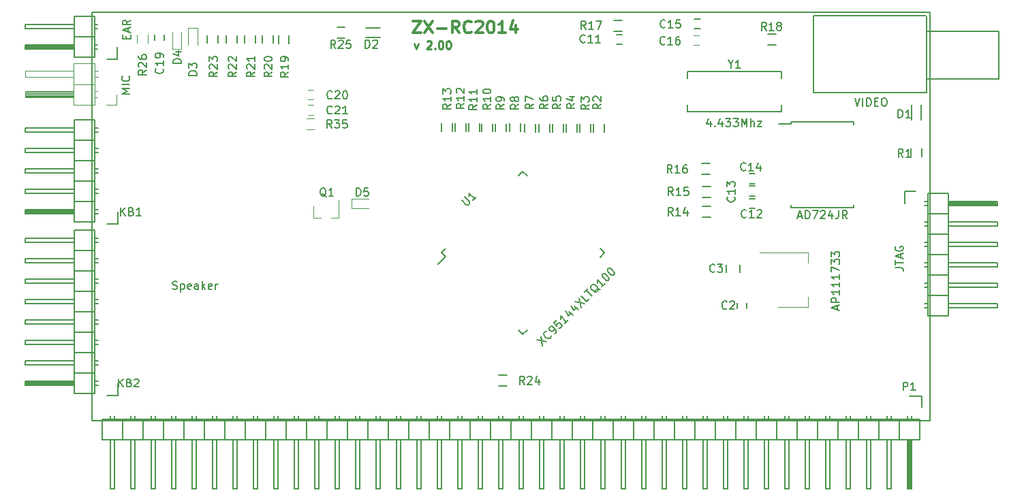
<source format=gbr>
%TF.GenerationSoftware,KiCad,Pcbnew,4.0.7*%
%TF.CreationDate,2018-08-29T22:41:10+01:00*%
%TF.ProjectId,RGBToComposite,524742546F436F6D706F736974652E6B,rev?*%
%TF.FileFunction,Legend,Top*%
%FSLAX46Y46*%
G04 Gerber Fmt 4.6, Leading zero omitted, Abs format (unit mm)*
G04 Created by KiCad (PCBNEW 4.0.7) date 08/29/18 22:41:10*
%MOMM*%
%LPD*%
G01*
G04 APERTURE LIST*
%ADD10C,0.150000*%
%ADD11C,0.250000*%
%ADD12C,0.300000*%
%ADD13C,0.120000*%
G04 APERTURE END LIST*
D10*
D11*
X139144286Y-86455714D02*
X139382381Y-87122381D01*
X139620477Y-86455714D01*
X140715715Y-86217619D02*
X140763334Y-86170000D01*
X140858572Y-86122381D01*
X141096668Y-86122381D01*
X141191906Y-86170000D01*
X141239525Y-86217619D01*
X141287144Y-86312857D01*
X141287144Y-86408095D01*
X141239525Y-86550952D01*
X140668096Y-87122381D01*
X141287144Y-87122381D01*
X141715715Y-87027143D02*
X141763334Y-87074762D01*
X141715715Y-87122381D01*
X141668096Y-87074762D01*
X141715715Y-87027143D01*
X141715715Y-87122381D01*
X142382381Y-86122381D02*
X142477620Y-86122381D01*
X142572858Y-86170000D01*
X142620477Y-86217619D01*
X142668096Y-86312857D01*
X142715715Y-86503333D01*
X142715715Y-86741429D01*
X142668096Y-86931905D01*
X142620477Y-87027143D01*
X142572858Y-87074762D01*
X142477620Y-87122381D01*
X142382381Y-87122381D01*
X142287143Y-87074762D01*
X142239524Y-87027143D01*
X142191905Y-86931905D01*
X142144286Y-86741429D01*
X142144286Y-86503333D01*
X142191905Y-86312857D01*
X142239524Y-86217619D01*
X142287143Y-86170000D01*
X142382381Y-86122381D01*
X143334762Y-86122381D02*
X143430001Y-86122381D01*
X143525239Y-86170000D01*
X143572858Y-86217619D01*
X143620477Y-86312857D01*
X143668096Y-86503333D01*
X143668096Y-86741429D01*
X143620477Y-86931905D01*
X143572858Y-87027143D01*
X143525239Y-87074762D01*
X143430001Y-87122381D01*
X143334762Y-87122381D01*
X143239524Y-87074762D01*
X143191905Y-87027143D01*
X143144286Y-86931905D01*
X143096667Y-86741429D01*
X143096667Y-86503333D01*
X143144286Y-86312857D01*
X143191905Y-86217619D01*
X143239524Y-86170000D01*
X143334762Y-86122381D01*
D12*
X139000002Y-83648571D02*
X140000002Y-83648571D01*
X139000002Y-85148571D01*
X140000002Y-85148571D01*
X140428573Y-83648571D02*
X141428573Y-85148571D01*
X141428573Y-83648571D02*
X140428573Y-85148571D01*
X142000001Y-84577143D02*
X143142858Y-84577143D01*
X144714287Y-85148571D02*
X144214287Y-84434286D01*
X143857144Y-85148571D02*
X143857144Y-83648571D01*
X144428572Y-83648571D01*
X144571430Y-83720000D01*
X144642858Y-83791429D01*
X144714287Y-83934286D01*
X144714287Y-84148571D01*
X144642858Y-84291429D01*
X144571430Y-84362857D01*
X144428572Y-84434286D01*
X143857144Y-84434286D01*
X146214287Y-85005714D02*
X146142858Y-85077143D01*
X145928572Y-85148571D01*
X145785715Y-85148571D01*
X145571430Y-85077143D01*
X145428572Y-84934286D01*
X145357144Y-84791429D01*
X145285715Y-84505714D01*
X145285715Y-84291429D01*
X145357144Y-84005714D01*
X145428572Y-83862857D01*
X145571430Y-83720000D01*
X145785715Y-83648571D01*
X145928572Y-83648571D01*
X146142858Y-83720000D01*
X146214287Y-83791429D01*
X146785715Y-83791429D02*
X146857144Y-83720000D01*
X147000001Y-83648571D01*
X147357144Y-83648571D01*
X147500001Y-83720000D01*
X147571430Y-83791429D01*
X147642858Y-83934286D01*
X147642858Y-84077143D01*
X147571430Y-84291429D01*
X146714287Y-85148571D01*
X147642858Y-85148571D01*
X148571429Y-83648571D02*
X148714286Y-83648571D01*
X148857143Y-83720000D01*
X148928572Y-83791429D01*
X149000001Y-83934286D01*
X149071429Y-84220000D01*
X149071429Y-84577143D01*
X149000001Y-84862857D01*
X148928572Y-85005714D01*
X148857143Y-85077143D01*
X148714286Y-85148571D01*
X148571429Y-85148571D01*
X148428572Y-85077143D01*
X148357143Y-85005714D01*
X148285715Y-84862857D01*
X148214286Y-84577143D01*
X148214286Y-84220000D01*
X148285715Y-83934286D01*
X148357143Y-83791429D01*
X148428572Y-83720000D01*
X148571429Y-83648571D01*
X150500000Y-85148571D02*
X149642857Y-85148571D01*
X150071429Y-85148571D02*
X150071429Y-83648571D01*
X149928572Y-83862857D01*
X149785714Y-84005714D01*
X149642857Y-84077143D01*
X151785714Y-84148571D02*
X151785714Y-85148571D01*
X151428571Y-83577143D02*
X151071428Y-84648571D01*
X152000000Y-84648571D01*
D10*
X99060000Y-82550000D02*
X99060000Y-133350000D01*
X203200000Y-82550000D02*
X99060000Y-82550000D01*
X203200000Y-133350000D02*
X203200000Y-82550000D01*
X99060000Y-133350000D02*
X203200000Y-133350000D01*
X142483018Y-112490000D02*
X142995670Y-113002652D01*
X152630000Y-102343018D02*
X153195685Y-102908703D01*
X162776982Y-112490000D02*
X162211297Y-111924315D01*
X152630000Y-122636982D02*
X152064315Y-122071297D01*
X142483018Y-112490000D02*
X143048703Y-111924315D01*
X152630000Y-122636982D02*
X153195685Y-122071297D01*
X162776982Y-112490000D02*
X162211297Y-113055685D01*
X152630000Y-102343018D02*
X152064315Y-102908703D01*
X142995670Y-113002652D02*
X142094109Y-113904214D01*
X202200000Y-130340000D02*
X200650000Y-130340000D01*
X202200000Y-131640000D02*
X202200000Y-130340000D01*
X200777000Y-135704000D02*
X200777000Y-141673000D01*
X200777000Y-141673000D02*
X200523000Y-141673000D01*
X200523000Y-141673000D02*
X200523000Y-135831000D01*
X200523000Y-135831000D02*
X200650000Y-135831000D01*
X200650000Y-135831000D02*
X200650000Y-141673000D01*
X200396000Y-133164000D02*
X200396000Y-132783000D01*
X200904000Y-133164000D02*
X200904000Y-132783000D01*
X117084000Y-133164000D02*
X117084000Y-132783000D01*
X116576000Y-133164000D02*
X116576000Y-132783000D01*
X114544000Y-133164000D02*
X114544000Y-132783000D01*
X114036000Y-133164000D02*
X114036000Y-132783000D01*
X112004000Y-133164000D02*
X112004000Y-132783000D01*
X111496000Y-133164000D02*
X111496000Y-132783000D01*
X101336000Y-133164000D02*
X101336000Y-132783000D01*
X101844000Y-133164000D02*
X101844000Y-132783000D01*
X103876000Y-133164000D02*
X103876000Y-132783000D01*
X104384000Y-133164000D02*
X104384000Y-132783000D01*
X106416000Y-133164000D02*
X106416000Y-132783000D01*
X106924000Y-133164000D02*
X106924000Y-132783000D01*
X108956000Y-133164000D02*
X108956000Y-132783000D01*
X109464000Y-133164000D02*
X109464000Y-132783000D01*
X157724000Y-133164000D02*
X157724000Y-132783000D01*
X157216000Y-133164000D02*
X157216000Y-132783000D01*
X155184000Y-133164000D02*
X155184000Y-132783000D01*
X154676000Y-133164000D02*
X154676000Y-132783000D01*
X152644000Y-133164000D02*
X152644000Y-132783000D01*
X152136000Y-133164000D02*
X152136000Y-132783000D01*
X150104000Y-133164000D02*
X150104000Y-132783000D01*
X149596000Y-133164000D02*
X149596000Y-132783000D01*
X139436000Y-133164000D02*
X139436000Y-132783000D01*
X139944000Y-133164000D02*
X139944000Y-132783000D01*
X141976000Y-133164000D02*
X141976000Y-132783000D01*
X142484000Y-133164000D02*
X142484000Y-132783000D01*
X144516000Y-133164000D02*
X144516000Y-132783000D01*
X145024000Y-133164000D02*
X145024000Y-132783000D01*
X147056000Y-133164000D02*
X147056000Y-132783000D01*
X147564000Y-133164000D02*
X147564000Y-132783000D01*
X127244000Y-133164000D02*
X127244000Y-132783000D01*
X126736000Y-133164000D02*
X126736000Y-132783000D01*
X124704000Y-133164000D02*
X124704000Y-132783000D01*
X124196000Y-133164000D02*
X124196000Y-132783000D01*
X122164000Y-133164000D02*
X122164000Y-132783000D01*
X121656000Y-133164000D02*
X121656000Y-132783000D01*
X119624000Y-133164000D02*
X119624000Y-132783000D01*
X119116000Y-133164000D02*
X119116000Y-132783000D01*
X129276000Y-133164000D02*
X129276000Y-132783000D01*
X129784000Y-133164000D02*
X129784000Y-132783000D01*
X131816000Y-133164000D02*
X131816000Y-132783000D01*
X132324000Y-133164000D02*
X132324000Y-132783000D01*
X134356000Y-133164000D02*
X134356000Y-132783000D01*
X134864000Y-133164000D02*
X134864000Y-132783000D01*
X136896000Y-133164000D02*
X136896000Y-132783000D01*
X137404000Y-133164000D02*
X137404000Y-132783000D01*
X178044000Y-133164000D02*
X178044000Y-132783000D01*
X177536000Y-133164000D02*
X177536000Y-132783000D01*
X175504000Y-133164000D02*
X175504000Y-132783000D01*
X174996000Y-133164000D02*
X174996000Y-132783000D01*
X172964000Y-133164000D02*
X172964000Y-132783000D01*
X172456000Y-133164000D02*
X172456000Y-132783000D01*
X170424000Y-133164000D02*
X170424000Y-132783000D01*
X169916000Y-133164000D02*
X169916000Y-132783000D01*
X159756000Y-133164000D02*
X159756000Y-132783000D01*
X160264000Y-133164000D02*
X160264000Y-132783000D01*
X162296000Y-133164000D02*
X162296000Y-132783000D01*
X162804000Y-133164000D02*
X162804000Y-132783000D01*
X164836000Y-133164000D02*
X164836000Y-132783000D01*
X165344000Y-133164000D02*
X165344000Y-132783000D01*
X167376000Y-133164000D02*
X167376000Y-132783000D01*
X167884000Y-133164000D02*
X167884000Y-132783000D01*
X188204000Y-133164000D02*
X188204000Y-132783000D01*
X187696000Y-133164000D02*
X187696000Y-132783000D01*
X185664000Y-133164000D02*
X185664000Y-132783000D01*
X185156000Y-133164000D02*
X185156000Y-132783000D01*
X183124000Y-133164000D02*
X183124000Y-132783000D01*
X182616000Y-133164000D02*
X182616000Y-132783000D01*
X180584000Y-133164000D02*
X180584000Y-132783000D01*
X180076000Y-133164000D02*
X180076000Y-132783000D01*
X190236000Y-133164000D02*
X190236000Y-132783000D01*
X190744000Y-133164000D02*
X190744000Y-132783000D01*
X192776000Y-133164000D02*
X192776000Y-132783000D01*
X193284000Y-133164000D02*
X193284000Y-132783000D01*
X195316000Y-133164000D02*
X195316000Y-132783000D01*
X195824000Y-133164000D02*
X195824000Y-132783000D01*
X197856000Y-133164000D02*
X197856000Y-132783000D01*
X198364000Y-133164000D02*
X198364000Y-132783000D01*
X120640000Y-133164000D02*
X118100000Y-133164000D01*
X118100000Y-133164000D02*
X118100000Y-135704000D01*
X119624000Y-135704000D02*
X119624000Y-141800000D01*
X119624000Y-141800000D02*
X119116000Y-141800000D01*
X119116000Y-141800000D02*
X119116000Y-135704000D01*
X118100000Y-135704000D02*
X120640000Y-135704000D01*
X115560000Y-135704000D02*
X118100000Y-135704000D01*
X116576000Y-141800000D02*
X116576000Y-135704000D01*
X117084000Y-141800000D02*
X116576000Y-141800000D01*
X117084000Y-135704000D02*
X117084000Y-141800000D01*
X115560000Y-133164000D02*
X115560000Y-135704000D01*
X118100000Y-133164000D02*
X115560000Y-133164000D01*
X118100000Y-133164000D02*
X118100000Y-135704000D01*
X113020000Y-133164000D02*
X113020000Y-135704000D01*
X113020000Y-133164000D02*
X110480000Y-133164000D01*
X110480000Y-133164000D02*
X110480000Y-135704000D01*
X112004000Y-135704000D02*
X112004000Y-141800000D01*
X112004000Y-141800000D02*
X111496000Y-141800000D01*
X111496000Y-141800000D02*
X111496000Y-135704000D01*
X110480000Y-135704000D02*
X113020000Y-135704000D01*
X113020000Y-135704000D02*
X115560000Y-135704000D01*
X114036000Y-141800000D02*
X114036000Y-135704000D01*
X114544000Y-141800000D02*
X114036000Y-141800000D01*
X114544000Y-135704000D02*
X114544000Y-141800000D01*
X113020000Y-133164000D02*
X113020000Y-135704000D01*
X115560000Y-133164000D02*
X113020000Y-133164000D01*
X115560000Y-133164000D02*
X115560000Y-135704000D01*
X105400000Y-133164000D02*
X105400000Y-135704000D01*
X105400000Y-133164000D02*
X102860000Y-133164000D01*
X102860000Y-133164000D02*
X102860000Y-135704000D01*
X104384000Y-135704000D02*
X104384000Y-141800000D01*
X104384000Y-141800000D02*
X103876000Y-141800000D01*
X103876000Y-141800000D02*
X103876000Y-135704000D01*
X102860000Y-135704000D02*
X105400000Y-135704000D01*
X100320000Y-135704000D02*
X102860000Y-135704000D01*
X101336000Y-141800000D02*
X101336000Y-135704000D01*
X101844000Y-141800000D02*
X101336000Y-141800000D01*
X101844000Y-135704000D02*
X101844000Y-141800000D01*
X100320000Y-133164000D02*
X100320000Y-135704000D01*
X102860000Y-133164000D02*
X100320000Y-133164000D01*
X102860000Y-133164000D02*
X102860000Y-135704000D01*
X107940000Y-133164000D02*
X107940000Y-135704000D01*
X107940000Y-133164000D02*
X105400000Y-133164000D01*
X105400000Y-133164000D02*
X105400000Y-135704000D01*
X106924000Y-135704000D02*
X106924000Y-141800000D01*
X106924000Y-141800000D02*
X106416000Y-141800000D01*
X106416000Y-141800000D02*
X106416000Y-135704000D01*
X105400000Y-135704000D02*
X107940000Y-135704000D01*
X107940000Y-135704000D02*
X110480000Y-135704000D01*
X108956000Y-141800000D02*
X108956000Y-135704000D01*
X109464000Y-141800000D02*
X108956000Y-141800000D01*
X109464000Y-135704000D02*
X109464000Y-141800000D01*
X107940000Y-133164000D02*
X107940000Y-135704000D01*
X110480000Y-133164000D02*
X107940000Y-133164000D01*
X110480000Y-133164000D02*
X110480000Y-135704000D01*
X120640000Y-133164000D02*
X120640000Y-135704000D01*
X161280000Y-133164000D02*
X161280000Y-135704000D01*
X161280000Y-133164000D02*
X158740000Y-133164000D01*
X158740000Y-133164000D02*
X158740000Y-135704000D01*
X160264000Y-135704000D02*
X160264000Y-141800000D01*
X160264000Y-141800000D02*
X159756000Y-141800000D01*
X159756000Y-141800000D02*
X159756000Y-135704000D01*
X158740000Y-135704000D02*
X161280000Y-135704000D01*
X156200000Y-135704000D02*
X158740000Y-135704000D01*
X157216000Y-141800000D02*
X157216000Y-135704000D01*
X157724000Y-141800000D02*
X157216000Y-141800000D01*
X157724000Y-135704000D02*
X157724000Y-141800000D01*
X156200000Y-133164000D02*
X156200000Y-135704000D01*
X158740000Y-133164000D02*
X156200000Y-133164000D01*
X158740000Y-133164000D02*
X158740000Y-135704000D01*
X153660000Y-133164000D02*
X153660000Y-135704000D01*
X153660000Y-133164000D02*
X151120000Y-133164000D01*
X151120000Y-133164000D02*
X151120000Y-135704000D01*
X152644000Y-135704000D02*
X152644000Y-141800000D01*
X152644000Y-141800000D02*
X152136000Y-141800000D01*
X152136000Y-141800000D02*
X152136000Y-135704000D01*
X151120000Y-135704000D02*
X153660000Y-135704000D01*
X153660000Y-135704000D02*
X156200000Y-135704000D01*
X154676000Y-141800000D02*
X154676000Y-135704000D01*
X155184000Y-141800000D02*
X154676000Y-141800000D01*
X155184000Y-135704000D02*
X155184000Y-141800000D01*
X153660000Y-133164000D02*
X153660000Y-135704000D01*
X156200000Y-133164000D02*
X153660000Y-133164000D01*
X156200000Y-133164000D02*
X156200000Y-135704000D01*
X146040000Y-133164000D02*
X146040000Y-135704000D01*
X146040000Y-133164000D02*
X143500000Y-133164000D01*
X143500000Y-133164000D02*
X143500000Y-135704000D01*
X145024000Y-135704000D02*
X145024000Y-141800000D01*
X145024000Y-141800000D02*
X144516000Y-141800000D01*
X144516000Y-141800000D02*
X144516000Y-135704000D01*
X143500000Y-135704000D02*
X146040000Y-135704000D01*
X140960000Y-135704000D02*
X143500000Y-135704000D01*
X141976000Y-141800000D02*
X141976000Y-135704000D01*
X142484000Y-141800000D02*
X141976000Y-141800000D01*
X142484000Y-135704000D02*
X142484000Y-141800000D01*
X140960000Y-133164000D02*
X140960000Y-135704000D01*
X143500000Y-133164000D02*
X140960000Y-133164000D01*
X143500000Y-133164000D02*
X143500000Y-135704000D01*
X148580000Y-133164000D02*
X148580000Y-135704000D01*
X148580000Y-133164000D02*
X146040000Y-133164000D01*
X146040000Y-133164000D02*
X146040000Y-135704000D01*
X147564000Y-135704000D02*
X147564000Y-141800000D01*
X147564000Y-141800000D02*
X147056000Y-141800000D01*
X147056000Y-141800000D02*
X147056000Y-135704000D01*
X146040000Y-135704000D02*
X148580000Y-135704000D01*
X148580000Y-135704000D02*
X151120000Y-135704000D01*
X149596000Y-141800000D02*
X149596000Y-135704000D01*
X150104000Y-141800000D02*
X149596000Y-141800000D01*
X150104000Y-135704000D02*
X150104000Y-141800000D01*
X148580000Y-133164000D02*
X148580000Y-135704000D01*
X151120000Y-133164000D02*
X148580000Y-133164000D01*
X151120000Y-133164000D02*
X151120000Y-135704000D01*
X130800000Y-133164000D02*
X130800000Y-135704000D01*
X130800000Y-133164000D02*
X128260000Y-133164000D01*
X128260000Y-133164000D02*
X128260000Y-135704000D01*
X129784000Y-135704000D02*
X129784000Y-141800000D01*
X129784000Y-141800000D02*
X129276000Y-141800000D01*
X129276000Y-141800000D02*
X129276000Y-135704000D01*
X128260000Y-135704000D02*
X130800000Y-135704000D01*
X125720000Y-135704000D02*
X128260000Y-135704000D01*
X126736000Y-141800000D02*
X126736000Y-135704000D01*
X127244000Y-141800000D02*
X126736000Y-141800000D01*
X127244000Y-135704000D02*
X127244000Y-141800000D01*
X125720000Y-133164000D02*
X125720000Y-135704000D01*
X128260000Y-133164000D02*
X125720000Y-133164000D01*
X128260000Y-133164000D02*
X128260000Y-135704000D01*
X123180000Y-133164000D02*
X123180000Y-135704000D01*
X123180000Y-133164000D02*
X120640000Y-133164000D01*
X120640000Y-133164000D02*
X120640000Y-135704000D01*
X122164000Y-135704000D02*
X122164000Y-141800000D01*
X122164000Y-141800000D02*
X121656000Y-141800000D01*
X121656000Y-141800000D02*
X121656000Y-135704000D01*
X120640000Y-135704000D02*
X123180000Y-135704000D01*
X123180000Y-135704000D02*
X125720000Y-135704000D01*
X124196000Y-141800000D02*
X124196000Y-135704000D01*
X124704000Y-141800000D02*
X124196000Y-141800000D01*
X124704000Y-135704000D02*
X124704000Y-141800000D01*
X123180000Y-133164000D02*
X123180000Y-135704000D01*
X125720000Y-133164000D02*
X123180000Y-133164000D01*
X125720000Y-133164000D02*
X125720000Y-135704000D01*
X135880000Y-133164000D02*
X135880000Y-135704000D01*
X135880000Y-133164000D02*
X133340000Y-133164000D01*
X133340000Y-133164000D02*
X133340000Y-135704000D01*
X134864000Y-135704000D02*
X134864000Y-141800000D01*
X134864000Y-141800000D02*
X134356000Y-141800000D01*
X134356000Y-141800000D02*
X134356000Y-135704000D01*
X133340000Y-135704000D02*
X135880000Y-135704000D01*
X130800000Y-135704000D02*
X133340000Y-135704000D01*
X131816000Y-141800000D02*
X131816000Y-135704000D01*
X132324000Y-141800000D02*
X131816000Y-141800000D01*
X132324000Y-135704000D02*
X132324000Y-141800000D01*
X130800000Y-133164000D02*
X130800000Y-135704000D01*
X133340000Y-133164000D02*
X130800000Y-133164000D01*
X133340000Y-133164000D02*
X133340000Y-135704000D01*
X138420000Y-133164000D02*
X138420000Y-135704000D01*
X138420000Y-133164000D02*
X135880000Y-133164000D01*
X135880000Y-133164000D02*
X135880000Y-135704000D01*
X137404000Y-135704000D02*
X137404000Y-141800000D01*
X137404000Y-141800000D02*
X136896000Y-141800000D01*
X136896000Y-141800000D02*
X136896000Y-135704000D01*
X135880000Y-135704000D02*
X138420000Y-135704000D01*
X138420000Y-135704000D02*
X140960000Y-135704000D01*
X139436000Y-141800000D02*
X139436000Y-135704000D01*
X139944000Y-141800000D02*
X139436000Y-141800000D01*
X139944000Y-135704000D02*
X139944000Y-141800000D01*
X138420000Y-133164000D02*
X138420000Y-135704000D01*
X140960000Y-133164000D02*
X138420000Y-133164000D01*
X140960000Y-133164000D02*
X140960000Y-135704000D01*
X181600000Y-133164000D02*
X181600000Y-135704000D01*
X181600000Y-133164000D02*
X179060000Y-133164000D01*
X179060000Y-133164000D02*
X179060000Y-135704000D01*
X180584000Y-135704000D02*
X180584000Y-141800000D01*
X180584000Y-141800000D02*
X180076000Y-141800000D01*
X180076000Y-141800000D02*
X180076000Y-135704000D01*
X179060000Y-135704000D02*
X181600000Y-135704000D01*
X176520000Y-135704000D02*
X179060000Y-135704000D01*
X177536000Y-141800000D02*
X177536000Y-135704000D01*
X178044000Y-141800000D02*
X177536000Y-141800000D01*
X178044000Y-135704000D02*
X178044000Y-141800000D01*
X176520000Y-133164000D02*
X176520000Y-135704000D01*
X179060000Y-133164000D02*
X176520000Y-133164000D01*
X179060000Y-133164000D02*
X179060000Y-135704000D01*
X173980000Y-133164000D02*
X173980000Y-135704000D01*
X173980000Y-133164000D02*
X171440000Y-133164000D01*
X171440000Y-133164000D02*
X171440000Y-135704000D01*
X172964000Y-135704000D02*
X172964000Y-141800000D01*
X172964000Y-141800000D02*
X172456000Y-141800000D01*
X172456000Y-141800000D02*
X172456000Y-135704000D01*
X171440000Y-135704000D02*
X173980000Y-135704000D01*
X173980000Y-135704000D02*
X176520000Y-135704000D01*
X174996000Y-141800000D02*
X174996000Y-135704000D01*
X175504000Y-141800000D02*
X174996000Y-141800000D01*
X175504000Y-135704000D02*
X175504000Y-141800000D01*
X173980000Y-133164000D02*
X173980000Y-135704000D01*
X176520000Y-133164000D02*
X173980000Y-133164000D01*
X176520000Y-133164000D02*
X176520000Y-135704000D01*
X166360000Y-133164000D02*
X166360000Y-135704000D01*
X166360000Y-133164000D02*
X163820000Y-133164000D01*
X163820000Y-133164000D02*
X163820000Y-135704000D01*
X165344000Y-135704000D02*
X165344000Y-141800000D01*
X165344000Y-141800000D02*
X164836000Y-141800000D01*
X164836000Y-141800000D02*
X164836000Y-135704000D01*
X163820000Y-135704000D02*
X166360000Y-135704000D01*
X161280000Y-135704000D02*
X163820000Y-135704000D01*
X162296000Y-141800000D02*
X162296000Y-135704000D01*
X162804000Y-141800000D02*
X162296000Y-141800000D01*
X162804000Y-135704000D02*
X162804000Y-141800000D01*
X161280000Y-133164000D02*
X161280000Y-135704000D01*
X163820000Y-133164000D02*
X161280000Y-133164000D01*
X163820000Y-133164000D02*
X163820000Y-135704000D01*
X168900000Y-133164000D02*
X168900000Y-135704000D01*
X168900000Y-133164000D02*
X166360000Y-133164000D01*
X166360000Y-133164000D02*
X166360000Y-135704000D01*
X167884000Y-135704000D02*
X167884000Y-141800000D01*
X167884000Y-141800000D02*
X167376000Y-141800000D01*
X167376000Y-141800000D02*
X167376000Y-135704000D01*
X166360000Y-135704000D02*
X168900000Y-135704000D01*
X168900000Y-135704000D02*
X171440000Y-135704000D01*
X169916000Y-141800000D02*
X169916000Y-135704000D01*
X170424000Y-141800000D02*
X169916000Y-141800000D01*
X170424000Y-135704000D02*
X170424000Y-141800000D01*
X168900000Y-133164000D02*
X168900000Y-135704000D01*
X171440000Y-133164000D02*
X168900000Y-133164000D01*
X171440000Y-133164000D02*
X171440000Y-135704000D01*
X191760000Y-133164000D02*
X191760000Y-135704000D01*
X191760000Y-133164000D02*
X189220000Y-133164000D01*
X189220000Y-133164000D02*
X189220000Y-135704000D01*
X190744000Y-135704000D02*
X190744000Y-141800000D01*
X190744000Y-141800000D02*
X190236000Y-141800000D01*
X190236000Y-141800000D02*
X190236000Y-135704000D01*
X189220000Y-135704000D02*
X191760000Y-135704000D01*
X186680000Y-135704000D02*
X189220000Y-135704000D01*
X187696000Y-141800000D02*
X187696000Y-135704000D01*
X188204000Y-141800000D02*
X187696000Y-141800000D01*
X188204000Y-135704000D02*
X188204000Y-141800000D01*
X186680000Y-133164000D02*
X186680000Y-135704000D01*
X189220000Y-133164000D02*
X186680000Y-133164000D01*
X189220000Y-133164000D02*
X189220000Y-135704000D01*
X184140000Y-133164000D02*
X184140000Y-135704000D01*
X184140000Y-133164000D02*
X181600000Y-133164000D01*
X181600000Y-133164000D02*
X181600000Y-135704000D01*
X183124000Y-135704000D02*
X183124000Y-141800000D01*
X183124000Y-141800000D02*
X182616000Y-141800000D01*
X182616000Y-141800000D02*
X182616000Y-135704000D01*
X181600000Y-135704000D02*
X184140000Y-135704000D01*
X184140000Y-135704000D02*
X186680000Y-135704000D01*
X185156000Y-141800000D02*
X185156000Y-135704000D01*
X185664000Y-141800000D02*
X185156000Y-141800000D01*
X185664000Y-135704000D02*
X185664000Y-141800000D01*
X184140000Y-133164000D02*
X184140000Y-135704000D01*
X186680000Y-133164000D02*
X184140000Y-133164000D01*
X186680000Y-133164000D02*
X186680000Y-135704000D01*
X196840000Y-133164000D02*
X196840000Y-135704000D01*
X196840000Y-133164000D02*
X194300000Y-133164000D01*
X194300000Y-133164000D02*
X194300000Y-135704000D01*
X195824000Y-135704000D02*
X195824000Y-141800000D01*
X195824000Y-141800000D02*
X195316000Y-141800000D01*
X195316000Y-141800000D02*
X195316000Y-135704000D01*
X194300000Y-135704000D02*
X196840000Y-135704000D01*
X191760000Y-135704000D02*
X194300000Y-135704000D01*
X192776000Y-141800000D02*
X192776000Y-135704000D01*
X193284000Y-141800000D02*
X192776000Y-141800000D01*
X193284000Y-135704000D02*
X193284000Y-141800000D01*
X191760000Y-133164000D02*
X191760000Y-135704000D01*
X194300000Y-133164000D02*
X191760000Y-133164000D01*
X194300000Y-133164000D02*
X194300000Y-135704000D01*
X199380000Y-133164000D02*
X199380000Y-135704000D01*
X199380000Y-133164000D02*
X196840000Y-133164000D01*
X196840000Y-133164000D02*
X196840000Y-135704000D01*
X198364000Y-135704000D02*
X198364000Y-141800000D01*
X198364000Y-141800000D02*
X197856000Y-141800000D01*
X197856000Y-141800000D02*
X197856000Y-135704000D01*
X196840000Y-135704000D02*
X199380000Y-135704000D01*
X199380000Y-135704000D02*
X201920000Y-135704000D01*
X200396000Y-141800000D02*
X200396000Y-135704000D01*
X200904000Y-141800000D02*
X200396000Y-141800000D01*
X200904000Y-135704000D02*
X200904000Y-141800000D01*
X199380000Y-133164000D02*
X199380000Y-135704000D01*
X201920000Y-133164000D02*
X199380000Y-133164000D01*
X201920000Y-133164000D02*
X201920000Y-135704000D01*
X185995000Y-96215000D02*
X185995000Y-96490000D01*
X193745000Y-96215000D02*
X193745000Y-96570000D01*
X193745000Y-106865000D02*
X193745000Y-106510000D01*
X185995000Y-106865000D02*
X185995000Y-106510000D01*
X185995000Y-96215000D02*
X193745000Y-96215000D01*
X185995000Y-106865000D02*
X193745000Y-106865000D01*
X185995000Y-96490000D02*
X184470000Y-96490000D01*
X180490000Y-118710000D02*
X180490000Y-119410000D01*
X179290000Y-119410000D02*
X179290000Y-118710000D01*
X164940000Y-86590000D02*
X164240000Y-86590000D01*
X164240000Y-85390000D02*
X164940000Y-85390000D01*
X180760000Y-105730000D02*
X181460000Y-105730000D01*
X181460000Y-106930000D02*
X180760000Y-106930000D01*
X180760000Y-104190000D02*
X181460000Y-104190000D01*
X181460000Y-105390000D02*
X180760000Y-105390000D01*
X200130000Y-104830000D02*
X200130000Y-106380000D01*
X201430000Y-104830000D02*
X200130000Y-104830000D01*
X205621000Y-106253000D02*
X211463000Y-106253000D01*
X211463000Y-106253000D02*
X211463000Y-106507000D01*
X211463000Y-106507000D02*
X205621000Y-106507000D01*
X205621000Y-106507000D02*
X205621000Y-106380000D01*
X205621000Y-106380000D02*
X211463000Y-106380000D01*
X202954000Y-106126000D02*
X202573000Y-106126000D01*
X202954000Y-106634000D02*
X202573000Y-106634000D01*
X202954000Y-108666000D02*
X202573000Y-108666000D01*
X202954000Y-109174000D02*
X202573000Y-109174000D01*
X202954000Y-111206000D02*
X202573000Y-111206000D01*
X202954000Y-111714000D02*
X202573000Y-111714000D01*
X202954000Y-119334000D02*
X202573000Y-119334000D01*
X202954000Y-118826000D02*
X202573000Y-118826000D01*
X202954000Y-116794000D02*
X202573000Y-116794000D01*
X202954000Y-116286000D02*
X202573000Y-116286000D01*
X202954000Y-114254000D02*
X202573000Y-114254000D01*
X202954000Y-113746000D02*
X202573000Y-113746000D01*
X202954000Y-105110000D02*
X205494000Y-105110000D01*
X202954000Y-107650000D02*
X205494000Y-107650000D01*
X202954000Y-107650000D02*
X202954000Y-110190000D01*
X202954000Y-110190000D02*
X205494000Y-110190000D01*
X205494000Y-108666000D02*
X211590000Y-108666000D01*
X211590000Y-108666000D02*
X211590000Y-109174000D01*
X211590000Y-109174000D02*
X205494000Y-109174000D01*
X205494000Y-110190000D02*
X205494000Y-107650000D01*
X205494000Y-107650000D02*
X205494000Y-105110000D01*
X211590000Y-106634000D02*
X205494000Y-106634000D01*
X211590000Y-106126000D02*
X211590000Y-106634000D01*
X205494000Y-106126000D02*
X211590000Y-106126000D01*
X202954000Y-107650000D02*
X205494000Y-107650000D01*
X202954000Y-105110000D02*
X202954000Y-107650000D01*
X202954000Y-115270000D02*
X205494000Y-115270000D01*
X202954000Y-115270000D02*
X202954000Y-117810000D01*
X202954000Y-117810000D02*
X205494000Y-117810000D01*
X205494000Y-116286000D02*
X211590000Y-116286000D01*
X211590000Y-116286000D02*
X211590000Y-116794000D01*
X211590000Y-116794000D02*
X205494000Y-116794000D01*
X205494000Y-117810000D02*
X205494000Y-115270000D01*
X205494000Y-120350000D02*
X205494000Y-117810000D01*
X211590000Y-119334000D02*
X205494000Y-119334000D01*
X211590000Y-118826000D02*
X211590000Y-119334000D01*
X205494000Y-118826000D02*
X211590000Y-118826000D01*
X202954000Y-120350000D02*
X205494000Y-120350000D01*
X202954000Y-117810000D02*
X202954000Y-120350000D01*
X202954000Y-117810000D02*
X205494000Y-117810000D01*
X202954000Y-112730000D02*
X205494000Y-112730000D01*
X202954000Y-112730000D02*
X202954000Y-115270000D01*
X202954000Y-115270000D02*
X205494000Y-115270000D01*
X205494000Y-113746000D02*
X211590000Y-113746000D01*
X211590000Y-113746000D02*
X211590000Y-114254000D01*
X211590000Y-114254000D02*
X205494000Y-114254000D01*
X205494000Y-115270000D02*
X205494000Y-112730000D01*
X205494000Y-112730000D02*
X205494000Y-110190000D01*
X211590000Y-111714000D02*
X205494000Y-111714000D01*
X211590000Y-111206000D02*
X211590000Y-111714000D01*
X205494000Y-111206000D02*
X211590000Y-111206000D01*
X202954000Y-112730000D02*
X205494000Y-112730000D01*
X202954000Y-110190000D02*
X202954000Y-112730000D01*
X202954000Y-110190000D02*
X205494000Y-110190000D01*
X200825000Y-100500000D02*
X200825000Y-99500000D01*
X202175000Y-99500000D02*
X202175000Y-100500000D01*
X157990000Y-97435000D02*
X157990000Y-96435000D01*
X159340000Y-96435000D02*
X159340000Y-97435000D01*
X156300000Y-97445000D02*
X156300000Y-96445000D01*
X157650000Y-96445000D02*
X157650000Y-97445000D01*
X154600000Y-97435000D02*
X154600000Y-96435000D01*
X155950000Y-96435000D02*
X155950000Y-97435000D01*
X152850000Y-97435000D02*
X152850000Y-96435000D01*
X154200000Y-96435000D02*
X154200000Y-97435000D01*
X151025000Y-97410000D02*
X151025000Y-96410000D01*
X152375000Y-96410000D02*
X152375000Y-97410000D01*
X149240000Y-97415000D02*
X149240000Y-96415000D01*
X150590000Y-96415000D02*
X150590000Y-97415000D01*
X147550000Y-97415000D02*
X147550000Y-96415000D01*
X148900000Y-96415000D02*
X148900000Y-97415000D01*
X145870000Y-97405000D02*
X145870000Y-96405000D01*
X147220000Y-96405000D02*
X147220000Y-97405000D01*
X144205000Y-97410000D02*
X144205000Y-96410000D01*
X145555000Y-96410000D02*
X145555000Y-97410000D01*
X142535000Y-97410000D02*
X142535000Y-96410000D01*
X143885000Y-96410000D02*
X143885000Y-97410000D01*
X174960000Y-106695000D02*
X175960000Y-106695000D01*
X175960000Y-108045000D02*
X174960000Y-108045000D01*
X174960000Y-104235000D02*
X175960000Y-104235000D01*
X175960000Y-105585000D02*
X174960000Y-105585000D01*
X174900000Y-101355000D02*
X175900000Y-101355000D01*
X175900000Y-102705000D02*
X174900000Y-102705000D01*
X163980000Y-83605000D02*
X164980000Y-83605000D01*
X164980000Y-84955000D02*
X163980000Y-84955000D01*
X184070000Y-86615000D02*
X183070000Y-86615000D01*
X183070000Y-85265000D02*
X184070000Y-85265000D01*
D13*
X188110000Y-119260000D02*
X188110000Y-118000000D01*
X188110000Y-112440000D02*
X188110000Y-113700000D01*
X184350000Y-119260000D02*
X188110000Y-119260000D01*
X182100000Y-112440000D02*
X188110000Y-112440000D01*
D10*
X180760000Y-102670000D02*
X181460000Y-102670000D01*
X181460000Y-103870000D02*
X180760000Y-103870000D01*
X173970000Y-83410000D02*
X174670000Y-83410000D01*
X174670000Y-84610000D02*
X173970000Y-84610000D01*
X200950000Y-94120000D02*
X200950000Y-95920000D01*
X202150000Y-94120000D02*
X202150000Y-95920000D01*
X173080380Y-94929360D02*
X184779620Y-94929360D01*
X184779620Y-89930640D02*
X173080380Y-89930640D01*
X184779620Y-94929360D02*
X184779620Y-94081000D01*
X184779620Y-89930640D02*
X184779620Y-90779000D01*
X173080380Y-94929360D02*
X173080380Y-94081000D01*
X173080380Y-89930640D02*
X173080380Y-90779000D01*
X211789500Y-84905500D02*
X202836000Y-84905500D01*
X211789500Y-90874500D02*
X202836000Y-90874500D01*
X211789500Y-84969000D02*
X211789500Y-90874500D01*
X202750000Y-92589000D02*
X188780000Y-92589000D01*
X202750000Y-83000500D02*
X188780000Y-83000500D01*
X202772500Y-83064000D02*
X202772500Y-92525500D01*
X188739000Y-92589000D02*
X188739000Y-83000500D01*
X161395000Y-97440000D02*
X161395000Y-96440000D01*
X162745000Y-96440000D02*
X162745000Y-97440000D01*
X159675000Y-97440000D02*
X159675000Y-96440000D01*
X161025000Y-96440000D02*
X161025000Y-97440000D01*
X102270000Y-130240000D02*
X102270000Y-128690000D01*
X100970000Y-130240000D02*
X102270000Y-130240000D01*
X96779000Y-128817000D02*
X90937000Y-128817000D01*
X90937000Y-128817000D02*
X90937000Y-128563000D01*
X90937000Y-128563000D02*
X96779000Y-128563000D01*
X96779000Y-128563000D02*
X96779000Y-128690000D01*
X96779000Y-128690000D02*
X90937000Y-128690000D01*
X99446000Y-111164000D02*
X99827000Y-111164000D01*
X99446000Y-110656000D02*
X99827000Y-110656000D01*
X99446000Y-128944000D02*
X99827000Y-128944000D01*
X99446000Y-128436000D02*
X99827000Y-128436000D01*
X99446000Y-126404000D02*
X99827000Y-126404000D01*
X99446000Y-125896000D02*
X99827000Y-125896000D01*
X99446000Y-123864000D02*
X99827000Y-123864000D01*
X99446000Y-123356000D02*
X99827000Y-123356000D01*
X99446000Y-113196000D02*
X99827000Y-113196000D01*
X99446000Y-113704000D02*
X99827000Y-113704000D01*
X99446000Y-115736000D02*
X99827000Y-115736000D01*
X99446000Y-116244000D02*
X99827000Y-116244000D01*
X99446000Y-118276000D02*
X99827000Y-118276000D01*
X99446000Y-118784000D02*
X99827000Y-118784000D01*
X99446000Y-120816000D02*
X99827000Y-120816000D01*
X99446000Y-121324000D02*
X99827000Y-121324000D01*
X99446000Y-114720000D02*
X96906000Y-114720000D01*
X99446000Y-114720000D02*
X99446000Y-112180000D01*
X99446000Y-112180000D02*
X96906000Y-112180000D01*
X96906000Y-113704000D02*
X90810000Y-113704000D01*
X90810000Y-113704000D02*
X90810000Y-113196000D01*
X90810000Y-113196000D02*
X96906000Y-113196000D01*
X96906000Y-112180000D02*
X96906000Y-114720000D01*
X96906000Y-109640000D02*
X96906000Y-112180000D01*
X90810000Y-110656000D02*
X96906000Y-110656000D01*
X90810000Y-111164000D02*
X90810000Y-110656000D01*
X96906000Y-111164000D02*
X90810000Y-111164000D01*
X99446000Y-112180000D02*
X99446000Y-109640000D01*
X99446000Y-112180000D02*
X96906000Y-112180000D01*
X99446000Y-109640000D02*
X96906000Y-109640000D01*
X99446000Y-129960000D02*
X96906000Y-129960000D01*
X99446000Y-127420000D02*
X96906000Y-127420000D01*
X99446000Y-127420000D02*
X99446000Y-124880000D01*
X99446000Y-124880000D02*
X96906000Y-124880000D01*
X96906000Y-126404000D02*
X90810000Y-126404000D01*
X90810000Y-126404000D02*
X90810000Y-125896000D01*
X90810000Y-125896000D02*
X96906000Y-125896000D01*
X96906000Y-124880000D02*
X96906000Y-127420000D01*
X96906000Y-127420000D02*
X96906000Y-129960000D01*
X90810000Y-128436000D02*
X96906000Y-128436000D01*
X90810000Y-128944000D02*
X90810000Y-128436000D01*
X96906000Y-128944000D02*
X90810000Y-128944000D01*
X99446000Y-127420000D02*
X96906000Y-127420000D01*
X99446000Y-129960000D02*
X99446000Y-127420000D01*
X99446000Y-119800000D02*
X96906000Y-119800000D01*
X99446000Y-119800000D02*
X99446000Y-117260000D01*
X99446000Y-117260000D02*
X96906000Y-117260000D01*
X96906000Y-118784000D02*
X90810000Y-118784000D01*
X90810000Y-118784000D02*
X90810000Y-118276000D01*
X90810000Y-118276000D02*
X96906000Y-118276000D01*
X96906000Y-117260000D02*
X96906000Y-119800000D01*
X96906000Y-114720000D02*
X96906000Y-117260000D01*
X90810000Y-115736000D02*
X96906000Y-115736000D01*
X90810000Y-116244000D02*
X90810000Y-115736000D01*
X96906000Y-116244000D02*
X90810000Y-116244000D01*
X99446000Y-114720000D02*
X96906000Y-114720000D01*
X99446000Y-117260000D02*
X99446000Y-114720000D01*
X99446000Y-117260000D02*
X96906000Y-117260000D01*
X99446000Y-122340000D02*
X96906000Y-122340000D01*
X99446000Y-122340000D02*
X99446000Y-119800000D01*
X99446000Y-119800000D02*
X96906000Y-119800000D01*
X96906000Y-121324000D02*
X90810000Y-121324000D01*
X90810000Y-121324000D02*
X90810000Y-120816000D01*
X90810000Y-120816000D02*
X96906000Y-120816000D01*
X96906000Y-119800000D02*
X96906000Y-122340000D01*
X96906000Y-122340000D02*
X96906000Y-124880000D01*
X90810000Y-123356000D02*
X96906000Y-123356000D01*
X90810000Y-123864000D02*
X90810000Y-123356000D01*
X96906000Y-123864000D02*
X90810000Y-123864000D01*
X99446000Y-122340000D02*
X96906000Y-122340000D01*
X99446000Y-124880000D02*
X99446000Y-122340000D01*
X99446000Y-124880000D02*
X96906000Y-124880000D01*
X102270000Y-108890000D02*
X102270000Y-107340000D01*
X100970000Y-108890000D02*
X102270000Y-108890000D01*
X96779000Y-107467000D02*
X90937000Y-107467000D01*
X90937000Y-107467000D02*
X90937000Y-107213000D01*
X90937000Y-107213000D02*
X96779000Y-107213000D01*
X96779000Y-107213000D02*
X96779000Y-107340000D01*
X96779000Y-107340000D02*
X90937000Y-107340000D01*
X99446000Y-107594000D02*
X99827000Y-107594000D01*
X99446000Y-107086000D02*
X99827000Y-107086000D01*
X99446000Y-105054000D02*
X99827000Y-105054000D01*
X99446000Y-104546000D02*
X99827000Y-104546000D01*
X99446000Y-102514000D02*
X99827000Y-102514000D01*
X99446000Y-102006000D02*
X99827000Y-102006000D01*
X99446000Y-99974000D02*
X99827000Y-99974000D01*
X99446000Y-99466000D02*
X99827000Y-99466000D01*
X99446000Y-96926000D02*
X99827000Y-96926000D01*
X99446000Y-97434000D02*
X99827000Y-97434000D01*
X96906000Y-106070000D02*
X96906000Y-108610000D01*
X90810000Y-107086000D02*
X96906000Y-107086000D01*
X90810000Y-107594000D02*
X90810000Y-107086000D01*
X96906000Y-107594000D02*
X90810000Y-107594000D01*
X99446000Y-106070000D02*
X96906000Y-106070000D01*
X99446000Y-108610000D02*
X99446000Y-106070000D01*
X99446000Y-108610000D02*
X96906000Y-108610000D01*
X99446000Y-103530000D02*
X96906000Y-103530000D01*
X99446000Y-103530000D02*
X99446000Y-100990000D01*
X99446000Y-100990000D02*
X96906000Y-100990000D01*
X96906000Y-102514000D02*
X90810000Y-102514000D01*
X90810000Y-102514000D02*
X90810000Y-102006000D01*
X90810000Y-102006000D02*
X96906000Y-102006000D01*
X96906000Y-100990000D02*
X96906000Y-103530000D01*
X96906000Y-103530000D02*
X96906000Y-106070000D01*
X90810000Y-104546000D02*
X96906000Y-104546000D01*
X90810000Y-105054000D02*
X90810000Y-104546000D01*
X96906000Y-105054000D02*
X90810000Y-105054000D01*
X99446000Y-103530000D02*
X96906000Y-103530000D01*
X99446000Y-106070000D02*
X99446000Y-103530000D01*
X99446000Y-106070000D02*
X96906000Y-106070000D01*
X99446000Y-98450000D02*
X96906000Y-98450000D01*
X99446000Y-98450000D02*
X99446000Y-95910000D01*
X99446000Y-95910000D02*
X96906000Y-95910000D01*
X96906000Y-97434000D02*
X90810000Y-97434000D01*
X90810000Y-97434000D02*
X90810000Y-96926000D01*
X90810000Y-96926000D02*
X96906000Y-96926000D01*
X96906000Y-95910000D02*
X96906000Y-98450000D01*
X96906000Y-98450000D02*
X96906000Y-100990000D01*
X90810000Y-99466000D02*
X96906000Y-99466000D01*
X90810000Y-99974000D02*
X90810000Y-99466000D01*
X96906000Y-99974000D02*
X90810000Y-99974000D01*
X99446000Y-98450000D02*
X96906000Y-98450000D01*
X99446000Y-100990000D02*
X99446000Y-98450000D01*
X99446000Y-100990000D02*
X96906000Y-100990000D01*
X123595000Y-85440000D02*
X123595000Y-86440000D01*
X122245000Y-86440000D02*
X122245000Y-85440000D01*
X121570000Y-85415000D02*
X121570000Y-86415000D01*
X120220000Y-86415000D02*
X120220000Y-85415000D01*
X119420000Y-85415000D02*
X119420000Y-86415000D01*
X118070000Y-86415000D02*
X118070000Y-85415000D01*
X117120000Y-85415000D02*
X117120000Y-86415000D01*
X115770000Y-86415000D02*
X115770000Y-85415000D01*
X114745000Y-85415000D02*
X114745000Y-86415000D01*
X113395000Y-86415000D02*
X113395000Y-85415000D01*
X108045000Y-85365000D02*
X108045000Y-86065000D01*
X106845000Y-86065000D02*
X106845000Y-85365000D01*
X102220000Y-88415000D02*
X102220000Y-86865000D01*
X100920000Y-88415000D02*
X102220000Y-88415000D01*
X96729000Y-86992000D02*
X90887000Y-86992000D01*
X90887000Y-86992000D02*
X90887000Y-86738000D01*
X90887000Y-86738000D02*
X96729000Y-86738000D01*
X96729000Y-86738000D02*
X96729000Y-86865000D01*
X96729000Y-86865000D02*
X90887000Y-86865000D01*
X99396000Y-87119000D02*
X99777000Y-87119000D01*
X99396000Y-86611000D02*
X99777000Y-86611000D01*
X99396000Y-84579000D02*
X99777000Y-84579000D01*
X99396000Y-84071000D02*
X99777000Y-84071000D01*
X99396000Y-88135000D02*
X96856000Y-88135000D01*
X99396000Y-85595000D02*
X96856000Y-85595000D01*
X99396000Y-85595000D02*
X99396000Y-83055000D01*
X99396000Y-83055000D02*
X96856000Y-83055000D01*
X96856000Y-84579000D02*
X90760000Y-84579000D01*
X90760000Y-84579000D02*
X90760000Y-84071000D01*
X90760000Y-84071000D02*
X96856000Y-84071000D01*
X96856000Y-83055000D02*
X96856000Y-85595000D01*
X96856000Y-85595000D02*
X96856000Y-88135000D01*
X90760000Y-86611000D02*
X96856000Y-86611000D01*
X90760000Y-87119000D02*
X90760000Y-86611000D01*
X96856000Y-87119000D02*
X90760000Y-87119000D01*
X99396000Y-85595000D02*
X96856000Y-85595000D01*
X99396000Y-88135000D02*
X99396000Y-85595000D01*
X149670000Y-127715000D02*
X150670000Y-127715000D01*
X150670000Y-129065000D02*
X149670000Y-129065000D01*
X177880000Y-113940000D02*
X177880000Y-114940000D01*
X179580000Y-114940000D02*
X179580000Y-113940000D01*
X134939000Y-84539000D02*
X133139000Y-84539000D01*
X134939000Y-85739000D02*
X133139000Y-85739000D01*
X129529000Y-84464000D02*
X130529000Y-84464000D01*
X130529000Y-85814000D02*
X129529000Y-85814000D01*
D13*
X112190000Y-84515000D02*
X111050000Y-84515000D01*
X111050000Y-84515000D02*
X111050000Y-86615000D01*
X112190000Y-84515000D02*
X112190000Y-86615000D01*
X109050000Y-87115000D02*
X110190000Y-87115000D01*
X110190000Y-87115000D02*
X110190000Y-85015000D01*
X109050000Y-87115000D02*
X109050000Y-85015000D01*
X131370000Y-105795000D02*
X131370000Y-106935000D01*
X131370000Y-106935000D02*
X133470000Y-106935000D01*
X131370000Y-105795000D02*
X133470000Y-105795000D01*
X106025000Y-85365000D02*
X106025000Y-86365000D01*
X104665000Y-86365000D02*
X104665000Y-85365000D01*
X173810000Y-85460000D02*
X174510000Y-85460000D01*
X174510000Y-86660000D02*
X173810000Y-86660000D01*
X126615000Y-108125000D02*
X127545000Y-108125000D01*
X129775000Y-108125000D02*
X128845000Y-108125000D01*
X129775000Y-108125000D02*
X129775000Y-105965000D01*
X126615000Y-108125000D02*
X126615000Y-106665000D01*
X125895000Y-92190000D02*
X126595000Y-92190000D01*
X126595000Y-93390000D02*
X125895000Y-93390000D01*
X125895000Y-94115000D02*
X126595000Y-94115000D01*
X126595000Y-95315000D02*
X125895000Y-95315000D01*
X126720000Y-97145000D02*
X125720000Y-97145000D01*
X125720000Y-95785000D02*
X126720000Y-95785000D01*
X99430000Y-94120000D02*
X99430000Y-88920000D01*
X99430000Y-88920000D02*
X96770000Y-88920000D01*
X96770000Y-88920000D02*
X96770000Y-94120000D01*
X96770000Y-94120000D02*
X99430000Y-94120000D01*
X96770000Y-93170000D02*
X90770000Y-93170000D01*
X90770000Y-93170000D02*
X90770000Y-92410000D01*
X90770000Y-92410000D02*
X96770000Y-92410000D01*
X96770000Y-93110000D02*
X90770000Y-93110000D01*
X96770000Y-92990000D02*
X90770000Y-92990000D01*
X96770000Y-92870000D02*
X90770000Y-92870000D01*
X96770000Y-92750000D02*
X90770000Y-92750000D01*
X96770000Y-92630000D02*
X90770000Y-92630000D01*
X96770000Y-92510000D02*
X90770000Y-92510000D01*
X99760000Y-93170000D02*
X99430000Y-93170000D01*
X99760000Y-92410000D02*
X99430000Y-92410000D01*
X99430000Y-91520000D02*
X96770000Y-91520000D01*
X96770000Y-90630000D02*
X90770000Y-90630000D01*
X90770000Y-90630000D02*
X90770000Y-89870000D01*
X90770000Y-89870000D02*
X96770000Y-89870000D01*
X99827071Y-90630000D02*
X99430000Y-90630000D01*
X99827071Y-89870000D02*
X99430000Y-89870000D01*
X102140000Y-92790000D02*
X102140000Y-94060000D01*
X102140000Y-94060000D02*
X100870000Y-94060000D01*
D10*
X109108095Y-116970902D02*
X109250952Y-117018521D01*
X109489048Y-117018521D01*
X109584286Y-116970902D01*
X109631905Y-116923283D01*
X109679524Y-116828045D01*
X109679524Y-116732807D01*
X109631905Y-116637569D01*
X109584286Y-116589950D01*
X109489048Y-116542330D01*
X109298571Y-116494711D01*
X109203333Y-116447092D01*
X109155714Y-116399473D01*
X109108095Y-116304235D01*
X109108095Y-116208997D01*
X109155714Y-116113759D01*
X109203333Y-116066140D01*
X109298571Y-116018521D01*
X109536667Y-116018521D01*
X109679524Y-116066140D01*
X110108095Y-116351854D02*
X110108095Y-117351854D01*
X110108095Y-116399473D02*
X110203333Y-116351854D01*
X110393810Y-116351854D01*
X110489048Y-116399473D01*
X110536667Y-116447092D01*
X110584286Y-116542330D01*
X110584286Y-116828045D01*
X110536667Y-116923283D01*
X110489048Y-116970902D01*
X110393810Y-117018521D01*
X110203333Y-117018521D01*
X110108095Y-116970902D01*
X111393810Y-116970902D02*
X111298572Y-117018521D01*
X111108095Y-117018521D01*
X111012857Y-116970902D01*
X110965238Y-116875664D01*
X110965238Y-116494711D01*
X111012857Y-116399473D01*
X111108095Y-116351854D01*
X111298572Y-116351854D01*
X111393810Y-116399473D01*
X111441429Y-116494711D01*
X111441429Y-116589950D01*
X110965238Y-116685188D01*
X112298572Y-117018521D02*
X112298572Y-116494711D01*
X112250953Y-116399473D01*
X112155715Y-116351854D01*
X111965238Y-116351854D01*
X111870000Y-116399473D01*
X112298572Y-116970902D02*
X112203334Y-117018521D01*
X111965238Y-117018521D01*
X111870000Y-116970902D01*
X111822381Y-116875664D01*
X111822381Y-116780426D01*
X111870000Y-116685188D01*
X111965238Y-116637569D01*
X112203334Y-116637569D01*
X112298572Y-116589950D01*
X112774762Y-117018521D02*
X112774762Y-116018521D01*
X112870000Y-116637569D02*
X113155715Y-117018521D01*
X113155715Y-116351854D02*
X112774762Y-116732807D01*
X113965239Y-116970902D02*
X113870001Y-117018521D01*
X113679524Y-117018521D01*
X113584286Y-116970902D01*
X113536667Y-116875664D01*
X113536667Y-116494711D01*
X113584286Y-116399473D01*
X113679524Y-116351854D01*
X113870001Y-116351854D01*
X113965239Y-116399473D01*
X114012858Y-116494711D01*
X114012858Y-116589950D01*
X113536667Y-116685188D01*
X114441429Y-117018521D02*
X114441429Y-116351854D01*
X114441429Y-116542330D02*
X114489048Y-116447092D01*
X114536667Y-116399473D01*
X114631905Y-116351854D01*
X114727144Y-116351854D01*
X145021868Y-105959364D02*
X145594288Y-106531784D01*
X145695303Y-106565456D01*
X145762646Y-106565456D01*
X145863661Y-106531784D01*
X145998349Y-106397096D01*
X146032021Y-106296081D01*
X146032021Y-106228738D01*
X145998349Y-106127723D01*
X145425929Y-105555303D01*
X146840143Y-105555303D02*
X146436081Y-105959364D01*
X146638112Y-105757334D02*
X145931005Y-105050227D01*
X145964677Y-105218586D01*
X145964677Y-105353272D01*
X145931005Y-105454288D01*
X154379247Y-123330621D02*
X155557759Y-123566323D01*
X154850652Y-122859216D02*
X155086354Y-124037728D01*
X156163850Y-122825544D02*
X156163850Y-122892888D01*
X156096507Y-123027575D01*
X156029163Y-123094918D01*
X155894476Y-123162262D01*
X155759789Y-123162262D01*
X155658774Y-123128590D01*
X155490415Y-123027575D01*
X155389399Y-122926559D01*
X155288384Y-122758201D01*
X155254712Y-122657186D01*
X155254712Y-122522499D01*
X155322057Y-122387811D01*
X155389400Y-122320468D01*
X155524087Y-122253124D01*
X155591430Y-122253124D01*
X156567911Y-122556171D02*
X156702598Y-122421484D01*
X156736270Y-122320468D01*
X156736270Y-122253124D01*
X156702598Y-122084766D01*
X156601583Y-121916407D01*
X156332209Y-121647033D01*
X156231194Y-121613361D01*
X156163850Y-121613361D01*
X156062835Y-121647033D01*
X155928147Y-121781720D01*
X155894476Y-121882735D01*
X155894476Y-121950079D01*
X155928147Y-122051094D01*
X156096506Y-122219453D01*
X156197521Y-122253124D01*
X156264865Y-122253125D01*
X156365881Y-122219453D01*
X156500568Y-122084766D01*
X156534240Y-121983751D01*
X156534239Y-121916406D01*
X156500567Y-121815391D01*
X156837285Y-120872583D02*
X156500567Y-121209300D01*
X156803613Y-121579689D01*
X156803613Y-121512346D01*
X156837285Y-121411331D01*
X157005644Y-121242971D01*
X157106659Y-121209300D01*
X157174002Y-121209300D01*
X157275018Y-121242972D01*
X157443377Y-121411331D01*
X157477049Y-121512346D01*
X157477049Y-121579689D01*
X157443377Y-121680704D01*
X157275018Y-121849064D01*
X157174002Y-121882735D01*
X157106659Y-121882735D01*
X158251499Y-120872583D02*
X157847438Y-121276644D01*
X158049468Y-121074614D02*
X157342361Y-120367507D01*
X157376033Y-120535865D01*
X157376033Y-120670552D01*
X157342361Y-120771567D01*
X158386186Y-119795086D02*
X158857590Y-120266491D01*
X157948453Y-119694072D02*
X158285171Y-120367507D01*
X158722904Y-119929774D01*
X159059621Y-119121651D02*
X159531026Y-119593056D01*
X158621888Y-119020637D02*
X158958606Y-119694072D01*
X159396339Y-119256339D01*
X159126964Y-118582904D02*
X160305476Y-118818606D01*
X159598369Y-118111499D02*
X159834071Y-119290010D01*
X160911567Y-118212514D02*
X160574849Y-118549232D01*
X159867743Y-117842125D01*
X160339147Y-117370720D02*
X160743209Y-116966659D01*
X161248285Y-117875797D02*
X160541178Y-117168690D01*
X162224766Y-117034002D02*
X162123751Y-117067674D01*
X161989064Y-117067674D01*
X161787033Y-117067674D01*
X161686018Y-117101347D01*
X161618674Y-117168690D01*
X161820704Y-117303377D02*
X161719689Y-117337049D01*
X161585002Y-117337049D01*
X161416644Y-117236033D01*
X161180941Y-117000331D01*
X161079926Y-116831972D01*
X161079926Y-116697285D01*
X161113598Y-116596270D01*
X161248285Y-116461583D01*
X161349300Y-116427911D01*
X161483987Y-116427911D01*
X161652346Y-116528926D01*
X161888049Y-116764629D01*
X161989064Y-116932987D01*
X161989064Y-117067674D01*
X161955392Y-117168689D01*
X161820704Y-117303377D01*
X162797186Y-116326896D02*
X162393124Y-116730957D01*
X162595155Y-116528927D02*
X161888048Y-115821820D01*
X161921720Y-115990178D01*
X161921720Y-116124865D01*
X161888048Y-116225881D01*
X162527811Y-115182057D02*
X162595155Y-115114712D01*
X162696171Y-115081041D01*
X162763514Y-115081041D01*
X162864529Y-115114712D01*
X163032888Y-115215728D01*
X163201247Y-115384087D01*
X163302262Y-115552445D01*
X163335934Y-115653461D01*
X163335934Y-115720804D01*
X163302262Y-115821819D01*
X163234918Y-115889163D01*
X163133903Y-115922835D01*
X163066559Y-115922835D01*
X162965544Y-115889163D01*
X162797186Y-115788148D01*
X162628826Y-115619789D01*
X162527811Y-115451430D01*
X162494140Y-115350415D01*
X162494140Y-115283072D01*
X162527811Y-115182057D01*
X163201246Y-114508621D02*
X163268590Y-114441277D01*
X163369606Y-114407606D01*
X163436949Y-114407606D01*
X163537964Y-114441277D01*
X163706323Y-114542292D01*
X163874682Y-114710652D01*
X163975697Y-114879010D01*
X164009369Y-114980026D01*
X164009369Y-115047369D01*
X163975697Y-115148384D01*
X163908353Y-115215728D01*
X163807338Y-115249400D01*
X163739994Y-115249400D01*
X163638979Y-115215728D01*
X163470621Y-115114713D01*
X163302261Y-114946354D01*
X163201246Y-114777995D01*
X163167575Y-114676980D01*
X163167575Y-114609637D01*
X163201246Y-114508621D01*
X199881905Y-129592381D02*
X199881905Y-128592381D01*
X200262858Y-128592381D01*
X200358096Y-128640000D01*
X200405715Y-128687619D01*
X200453334Y-128782857D01*
X200453334Y-128925714D01*
X200405715Y-129020952D01*
X200358096Y-129068571D01*
X200262858Y-129116190D01*
X199881905Y-129116190D01*
X201405715Y-129592381D02*
X200834286Y-129592381D01*
X201120000Y-129592381D02*
X201120000Y-128592381D01*
X201024762Y-128735238D01*
X200929524Y-128830476D01*
X200834286Y-128878095D01*
X186822381Y-107956667D02*
X187298572Y-107956667D01*
X186727143Y-108242381D02*
X187060476Y-107242381D01*
X187393810Y-108242381D01*
X187727143Y-108242381D02*
X187727143Y-107242381D01*
X187965238Y-107242381D01*
X188108096Y-107290000D01*
X188203334Y-107385238D01*
X188250953Y-107480476D01*
X188298572Y-107670952D01*
X188298572Y-107813810D01*
X188250953Y-108004286D01*
X188203334Y-108099524D01*
X188108096Y-108194762D01*
X187965238Y-108242381D01*
X187727143Y-108242381D01*
X188631905Y-107242381D02*
X189298572Y-107242381D01*
X188870000Y-108242381D01*
X189631905Y-107337619D02*
X189679524Y-107290000D01*
X189774762Y-107242381D01*
X190012858Y-107242381D01*
X190108096Y-107290000D01*
X190155715Y-107337619D01*
X190203334Y-107432857D01*
X190203334Y-107528095D01*
X190155715Y-107670952D01*
X189584286Y-108242381D01*
X190203334Y-108242381D01*
X191060477Y-107575714D02*
X191060477Y-108242381D01*
X190822381Y-107194762D02*
X190584286Y-107909048D01*
X191203334Y-107909048D01*
X191870001Y-107242381D02*
X191870001Y-107956667D01*
X191822381Y-108099524D01*
X191727143Y-108194762D01*
X191584286Y-108242381D01*
X191489048Y-108242381D01*
X192917620Y-108242381D02*
X192584286Y-107766190D01*
X192346191Y-108242381D02*
X192346191Y-107242381D01*
X192727144Y-107242381D01*
X192822382Y-107290000D01*
X192870001Y-107337619D01*
X192917620Y-107432857D01*
X192917620Y-107575714D01*
X192870001Y-107670952D01*
X192822382Y-107718571D01*
X192727144Y-107766190D01*
X192346191Y-107766190D01*
X177983334Y-119407143D02*
X177935715Y-119454762D01*
X177792858Y-119502381D01*
X177697620Y-119502381D01*
X177554762Y-119454762D01*
X177459524Y-119359524D01*
X177411905Y-119264286D01*
X177364286Y-119073810D01*
X177364286Y-118930952D01*
X177411905Y-118740476D01*
X177459524Y-118645238D01*
X177554762Y-118550000D01*
X177697620Y-118502381D01*
X177792858Y-118502381D01*
X177935715Y-118550000D01*
X177983334Y-118597619D01*
X178364286Y-118597619D02*
X178411905Y-118550000D01*
X178507143Y-118502381D01*
X178745239Y-118502381D01*
X178840477Y-118550000D01*
X178888096Y-118597619D01*
X178935715Y-118692857D01*
X178935715Y-118788095D01*
X178888096Y-118930952D01*
X178316667Y-119502381D01*
X178935715Y-119502381D01*
X160357143Y-86267143D02*
X160309524Y-86314762D01*
X160166667Y-86362381D01*
X160071429Y-86362381D01*
X159928571Y-86314762D01*
X159833333Y-86219524D01*
X159785714Y-86124286D01*
X159738095Y-85933810D01*
X159738095Y-85790952D01*
X159785714Y-85600476D01*
X159833333Y-85505238D01*
X159928571Y-85410000D01*
X160071429Y-85362381D01*
X160166667Y-85362381D01*
X160309524Y-85410000D01*
X160357143Y-85457619D01*
X161309524Y-86362381D02*
X160738095Y-86362381D01*
X161023809Y-86362381D02*
X161023809Y-85362381D01*
X160928571Y-85505238D01*
X160833333Y-85600476D01*
X160738095Y-85648095D01*
X162261905Y-86362381D02*
X161690476Y-86362381D01*
X161976190Y-86362381D02*
X161976190Y-85362381D01*
X161880952Y-85505238D01*
X161785714Y-85600476D01*
X161690476Y-85648095D01*
X180407143Y-108037143D02*
X180359524Y-108084762D01*
X180216667Y-108132381D01*
X180121429Y-108132381D01*
X179978571Y-108084762D01*
X179883333Y-107989524D01*
X179835714Y-107894286D01*
X179788095Y-107703810D01*
X179788095Y-107560952D01*
X179835714Y-107370476D01*
X179883333Y-107275238D01*
X179978571Y-107180000D01*
X180121429Y-107132381D01*
X180216667Y-107132381D01*
X180359524Y-107180000D01*
X180407143Y-107227619D01*
X181359524Y-108132381D02*
X180788095Y-108132381D01*
X181073809Y-108132381D02*
X181073809Y-107132381D01*
X180978571Y-107275238D01*
X180883333Y-107370476D01*
X180788095Y-107418095D01*
X181740476Y-107227619D02*
X181788095Y-107180000D01*
X181883333Y-107132381D01*
X182121429Y-107132381D01*
X182216667Y-107180000D01*
X182264286Y-107227619D01*
X182311905Y-107322857D01*
X182311905Y-107418095D01*
X182264286Y-107560952D01*
X181692857Y-108132381D01*
X182311905Y-108132381D01*
X178897143Y-105532857D02*
X178944762Y-105580476D01*
X178992381Y-105723333D01*
X178992381Y-105818571D01*
X178944762Y-105961429D01*
X178849524Y-106056667D01*
X178754286Y-106104286D01*
X178563810Y-106151905D01*
X178420952Y-106151905D01*
X178230476Y-106104286D01*
X178135238Y-106056667D01*
X178040000Y-105961429D01*
X177992381Y-105818571D01*
X177992381Y-105723333D01*
X178040000Y-105580476D01*
X178087619Y-105532857D01*
X178992381Y-104580476D02*
X178992381Y-105151905D01*
X178992381Y-104866191D02*
X177992381Y-104866191D01*
X178135238Y-104961429D01*
X178230476Y-105056667D01*
X178278095Y-105151905D01*
X177992381Y-104247143D02*
X177992381Y-103628095D01*
X178373333Y-103961429D01*
X178373333Y-103818571D01*
X178420952Y-103723333D01*
X178468571Y-103675714D01*
X178563810Y-103628095D01*
X178801905Y-103628095D01*
X178897143Y-103675714D01*
X178944762Y-103723333D01*
X178992381Y-103818571D01*
X178992381Y-104104286D01*
X178944762Y-104199524D01*
X178897143Y-104247143D01*
X198900381Y-114320666D02*
X199614667Y-114320666D01*
X199757524Y-114368286D01*
X199852762Y-114463524D01*
X199900381Y-114606381D01*
X199900381Y-114701619D01*
X198900381Y-113987333D02*
X198900381Y-113415904D01*
X199900381Y-113701619D02*
X198900381Y-113701619D01*
X199614667Y-113130190D02*
X199614667Y-112653999D01*
X199900381Y-113225428D02*
X198900381Y-112892095D01*
X199900381Y-112558761D01*
X198948000Y-111701618D02*
X198900381Y-111796856D01*
X198900381Y-111939713D01*
X198948000Y-112082571D01*
X199043238Y-112177809D01*
X199138476Y-112225428D01*
X199328952Y-112273047D01*
X199471810Y-112273047D01*
X199662286Y-112225428D01*
X199757524Y-112177809D01*
X199852762Y-112082571D01*
X199900381Y-111939713D01*
X199900381Y-111844475D01*
X199852762Y-111701618D01*
X199805143Y-111653999D01*
X199471810Y-111653999D01*
X199471810Y-111844475D01*
X199878334Y-100567381D02*
X199545000Y-100091190D01*
X199306905Y-100567381D02*
X199306905Y-99567381D01*
X199687858Y-99567381D01*
X199783096Y-99615000D01*
X199830715Y-99662619D01*
X199878334Y-99757857D01*
X199878334Y-99900714D01*
X199830715Y-99995952D01*
X199783096Y-100043571D01*
X199687858Y-100091190D01*
X199306905Y-100091190D01*
X200830715Y-100567381D02*
X200259286Y-100567381D01*
X200545000Y-100567381D02*
X200545000Y-99567381D01*
X200449762Y-99710238D01*
X200354524Y-99805476D01*
X200259286Y-99853095D01*
X159067381Y-93951666D02*
X158591190Y-94285000D01*
X159067381Y-94523095D02*
X158067381Y-94523095D01*
X158067381Y-94142142D01*
X158115000Y-94046904D01*
X158162619Y-93999285D01*
X158257857Y-93951666D01*
X158400714Y-93951666D01*
X158495952Y-93999285D01*
X158543571Y-94046904D01*
X158591190Y-94142142D01*
X158591190Y-94523095D01*
X158400714Y-93094523D02*
X159067381Y-93094523D01*
X158019762Y-93332619D02*
X158734048Y-93570714D01*
X158734048Y-92951666D01*
X157347381Y-93971666D02*
X156871190Y-94305000D01*
X157347381Y-94543095D02*
X156347381Y-94543095D01*
X156347381Y-94162142D01*
X156395000Y-94066904D01*
X156442619Y-94019285D01*
X156537857Y-93971666D01*
X156680714Y-93971666D01*
X156775952Y-94019285D01*
X156823571Y-94066904D01*
X156871190Y-94162142D01*
X156871190Y-94543095D01*
X156347381Y-93066904D02*
X156347381Y-93543095D01*
X156823571Y-93590714D01*
X156775952Y-93543095D01*
X156728333Y-93447857D01*
X156728333Y-93209761D01*
X156775952Y-93114523D01*
X156823571Y-93066904D01*
X156918810Y-93019285D01*
X157156905Y-93019285D01*
X157252143Y-93066904D01*
X157299762Y-93114523D01*
X157347381Y-93209761D01*
X157347381Y-93447857D01*
X157299762Y-93543095D01*
X157252143Y-93590714D01*
X155727381Y-93971666D02*
X155251190Y-94305000D01*
X155727381Y-94543095D02*
X154727381Y-94543095D01*
X154727381Y-94162142D01*
X154775000Y-94066904D01*
X154822619Y-94019285D01*
X154917857Y-93971666D01*
X155060714Y-93971666D01*
X155155952Y-94019285D01*
X155203571Y-94066904D01*
X155251190Y-94162142D01*
X155251190Y-94543095D01*
X154727381Y-93114523D02*
X154727381Y-93305000D01*
X154775000Y-93400238D01*
X154822619Y-93447857D01*
X154965476Y-93543095D01*
X155155952Y-93590714D01*
X155536905Y-93590714D01*
X155632143Y-93543095D01*
X155679762Y-93495476D01*
X155727381Y-93400238D01*
X155727381Y-93209761D01*
X155679762Y-93114523D01*
X155632143Y-93066904D01*
X155536905Y-93019285D01*
X155298810Y-93019285D01*
X155203571Y-93066904D01*
X155155952Y-93114523D01*
X155108333Y-93209761D01*
X155108333Y-93400238D01*
X155155952Y-93495476D01*
X155203571Y-93543095D01*
X155298810Y-93590714D01*
X153947381Y-93971666D02*
X153471190Y-94305000D01*
X153947381Y-94543095D02*
X152947381Y-94543095D01*
X152947381Y-94162142D01*
X152995000Y-94066904D01*
X153042619Y-94019285D01*
X153137857Y-93971666D01*
X153280714Y-93971666D01*
X153375952Y-94019285D01*
X153423571Y-94066904D01*
X153471190Y-94162142D01*
X153471190Y-94543095D01*
X152947381Y-93638333D02*
X152947381Y-92971666D01*
X153947381Y-93400238D01*
X152112381Y-94016666D02*
X151636190Y-94350000D01*
X152112381Y-94588095D02*
X151112381Y-94588095D01*
X151112381Y-94207142D01*
X151160000Y-94111904D01*
X151207619Y-94064285D01*
X151302857Y-94016666D01*
X151445714Y-94016666D01*
X151540952Y-94064285D01*
X151588571Y-94111904D01*
X151636190Y-94207142D01*
X151636190Y-94588095D01*
X151540952Y-93445238D02*
X151493333Y-93540476D01*
X151445714Y-93588095D01*
X151350476Y-93635714D01*
X151302857Y-93635714D01*
X151207619Y-93588095D01*
X151160000Y-93540476D01*
X151112381Y-93445238D01*
X151112381Y-93254761D01*
X151160000Y-93159523D01*
X151207619Y-93111904D01*
X151302857Y-93064285D01*
X151350476Y-93064285D01*
X151445714Y-93111904D01*
X151493333Y-93159523D01*
X151540952Y-93254761D01*
X151540952Y-93445238D01*
X151588571Y-93540476D01*
X151636190Y-93588095D01*
X151731429Y-93635714D01*
X151921905Y-93635714D01*
X152017143Y-93588095D01*
X152064762Y-93540476D01*
X152112381Y-93445238D01*
X152112381Y-93254761D01*
X152064762Y-93159523D01*
X152017143Y-93111904D01*
X151921905Y-93064285D01*
X151731429Y-93064285D01*
X151636190Y-93111904D01*
X151588571Y-93159523D01*
X151540952Y-93254761D01*
X150317381Y-94031666D02*
X149841190Y-94365000D01*
X150317381Y-94603095D02*
X149317381Y-94603095D01*
X149317381Y-94222142D01*
X149365000Y-94126904D01*
X149412619Y-94079285D01*
X149507857Y-94031666D01*
X149650714Y-94031666D01*
X149745952Y-94079285D01*
X149793571Y-94126904D01*
X149841190Y-94222142D01*
X149841190Y-94603095D01*
X150317381Y-93555476D02*
X150317381Y-93365000D01*
X150269762Y-93269761D01*
X150222143Y-93222142D01*
X150079286Y-93126904D01*
X149888810Y-93079285D01*
X149507857Y-93079285D01*
X149412619Y-93126904D01*
X149365000Y-93174523D01*
X149317381Y-93269761D01*
X149317381Y-93460238D01*
X149365000Y-93555476D01*
X149412619Y-93603095D01*
X149507857Y-93650714D01*
X149745952Y-93650714D01*
X149841190Y-93603095D01*
X149888810Y-93555476D01*
X149936429Y-93460238D01*
X149936429Y-93269761D01*
X149888810Y-93174523D01*
X149841190Y-93126904D01*
X149745952Y-93079285D01*
X148647381Y-94017857D02*
X148171190Y-94351191D01*
X148647381Y-94589286D02*
X147647381Y-94589286D01*
X147647381Y-94208333D01*
X147695000Y-94113095D01*
X147742619Y-94065476D01*
X147837857Y-94017857D01*
X147980714Y-94017857D01*
X148075952Y-94065476D01*
X148123571Y-94113095D01*
X148171190Y-94208333D01*
X148171190Y-94589286D01*
X148647381Y-93065476D02*
X148647381Y-93636905D01*
X148647381Y-93351191D02*
X147647381Y-93351191D01*
X147790238Y-93446429D01*
X147885476Y-93541667D01*
X147933095Y-93636905D01*
X147647381Y-92446429D02*
X147647381Y-92351190D01*
X147695000Y-92255952D01*
X147742619Y-92208333D01*
X147837857Y-92160714D01*
X148028333Y-92113095D01*
X148266429Y-92113095D01*
X148456905Y-92160714D01*
X148552143Y-92208333D01*
X148599762Y-92255952D01*
X148647381Y-92351190D01*
X148647381Y-92446429D01*
X148599762Y-92541667D01*
X148552143Y-92589286D01*
X148456905Y-92636905D01*
X148266429Y-92684524D01*
X148028333Y-92684524D01*
X147837857Y-92636905D01*
X147742619Y-92589286D01*
X147695000Y-92541667D01*
X147647381Y-92446429D01*
X146927381Y-94067857D02*
X146451190Y-94401191D01*
X146927381Y-94639286D02*
X145927381Y-94639286D01*
X145927381Y-94258333D01*
X145975000Y-94163095D01*
X146022619Y-94115476D01*
X146117857Y-94067857D01*
X146260714Y-94067857D01*
X146355952Y-94115476D01*
X146403571Y-94163095D01*
X146451190Y-94258333D01*
X146451190Y-94639286D01*
X146927381Y-93115476D02*
X146927381Y-93686905D01*
X146927381Y-93401191D02*
X145927381Y-93401191D01*
X146070238Y-93496429D01*
X146165476Y-93591667D01*
X146213095Y-93686905D01*
X146927381Y-92163095D02*
X146927381Y-92734524D01*
X146927381Y-92448810D02*
X145927381Y-92448810D01*
X146070238Y-92544048D01*
X146165476Y-92639286D01*
X146213095Y-92734524D01*
X145342381Y-93932857D02*
X144866190Y-94266191D01*
X145342381Y-94504286D02*
X144342381Y-94504286D01*
X144342381Y-94123333D01*
X144390000Y-94028095D01*
X144437619Y-93980476D01*
X144532857Y-93932857D01*
X144675714Y-93932857D01*
X144770952Y-93980476D01*
X144818571Y-94028095D01*
X144866190Y-94123333D01*
X144866190Y-94504286D01*
X145342381Y-92980476D02*
X145342381Y-93551905D01*
X145342381Y-93266191D02*
X144342381Y-93266191D01*
X144485238Y-93361429D01*
X144580476Y-93456667D01*
X144628095Y-93551905D01*
X144437619Y-92599524D02*
X144390000Y-92551905D01*
X144342381Y-92456667D01*
X144342381Y-92218571D01*
X144390000Y-92123333D01*
X144437619Y-92075714D01*
X144532857Y-92028095D01*
X144628095Y-92028095D01*
X144770952Y-92075714D01*
X145342381Y-92647143D01*
X145342381Y-92028095D01*
X143677381Y-93987857D02*
X143201190Y-94321191D01*
X143677381Y-94559286D02*
X142677381Y-94559286D01*
X142677381Y-94178333D01*
X142725000Y-94083095D01*
X142772619Y-94035476D01*
X142867857Y-93987857D01*
X143010714Y-93987857D01*
X143105952Y-94035476D01*
X143153571Y-94083095D01*
X143201190Y-94178333D01*
X143201190Y-94559286D01*
X143677381Y-93035476D02*
X143677381Y-93606905D01*
X143677381Y-93321191D02*
X142677381Y-93321191D01*
X142820238Y-93416429D01*
X142915476Y-93511667D01*
X142963095Y-93606905D01*
X142677381Y-92702143D02*
X142677381Y-92083095D01*
X143058333Y-92416429D01*
X143058333Y-92273571D01*
X143105952Y-92178333D01*
X143153571Y-92130714D01*
X143248810Y-92083095D01*
X143486905Y-92083095D01*
X143582143Y-92130714D01*
X143629762Y-92178333D01*
X143677381Y-92273571D01*
X143677381Y-92559286D01*
X143629762Y-92654524D01*
X143582143Y-92702143D01*
X171267143Y-107852381D02*
X170933809Y-107376190D01*
X170695714Y-107852381D02*
X170695714Y-106852381D01*
X171076667Y-106852381D01*
X171171905Y-106900000D01*
X171219524Y-106947619D01*
X171267143Y-107042857D01*
X171267143Y-107185714D01*
X171219524Y-107280952D01*
X171171905Y-107328571D01*
X171076667Y-107376190D01*
X170695714Y-107376190D01*
X172219524Y-107852381D02*
X171648095Y-107852381D01*
X171933809Y-107852381D02*
X171933809Y-106852381D01*
X171838571Y-106995238D01*
X171743333Y-107090476D01*
X171648095Y-107138095D01*
X173076667Y-107185714D02*
X173076667Y-107852381D01*
X172838571Y-106804762D02*
X172600476Y-107519048D01*
X173219524Y-107519048D01*
X171307143Y-105352381D02*
X170973809Y-104876190D01*
X170735714Y-105352381D02*
X170735714Y-104352381D01*
X171116667Y-104352381D01*
X171211905Y-104400000D01*
X171259524Y-104447619D01*
X171307143Y-104542857D01*
X171307143Y-104685714D01*
X171259524Y-104780952D01*
X171211905Y-104828571D01*
X171116667Y-104876190D01*
X170735714Y-104876190D01*
X172259524Y-105352381D02*
X171688095Y-105352381D01*
X171973809Y-105352381D02*
X171973809Y-104352381D01*
X171878571Y-104495238D01*
X171783333Y-104590476D01*
X171688095Y-104638095D01*
X173164286Y-104352381D02*
X172688095Y-104352381D01*
X172640476Y-104828571D01*
X172688095Y-104780952D01*
X172783333Y-104733333D01*
X173021429Y-104733333D01*
X173116667Y-104780952D01*
X173164286Y-104828571D01*
X173211905Y-104923810D01*
X173211905Y-105161905D01*
X173164286Y-105257143D01*
X173116667Y-105304762D01*
X173021429Y-105352381D01*
X172783333Y-105352381D01*
X172688095Y-105304762D01*
X172640476Y-105257143D01*
X171177143Y-102542381D02*
X170843809Y-102066190D01*
X170605714Y-102542381D02*
X170605714Y-101542381D01*
X170986667Y-101542381D01*
X171081905Y-101590000D01*
X171129524Y-101637619D01*
X171177143Y-101732857D01*
X171177143Y-101875714D01*
X171129524Y-101970952D01*
X171081905Y-102018571D01*
X170986667Y-102066190D01*
X170605714Y-102066190D01*
X172129524Y-102542381D02*
X171558095Y-102542381D01*
X171843809Y-102542381D02*
X171843809Y-101542381D01*
X171748571Y-101685238D01*
X171653333Y-101780476D01*
X171558095Y-101828095D01*
X172986667Y-101542381D02*
X172796190Y-101542381D01*
X172700952Y-101590000D01*
X172653333Y-101637619D01*
X172558095Y-101780476D01*
X172510476Y-101970952D01*
X172510476Y-102351905D01*
X172558095Y-102447143D01*
X172605714Y-102494762D01*
X172700952Y-102542381D01*
X172891429Y-102542381D01*
X172986667Y-102494762D01*
X173034286Y-102447143D01*
X173081905Y-102351905D01*
X173081905Y-102113810D01*
X173034286Y-102018571D01*
X172986667Y-101970952D01*
X172891429Y-101923333D01*
X172700952Y-101923333D01*
X172605714Y-101970952D01*
X172558095Y-102018571D01*
X172510476Y-102113810D01*
X160467143Y-84672381D02*
X160133809Y-84196190D01*
X159895714Y-84672381D02*
X159895714Y-83672381D01*
X160276667Y-83672381D01*
X160371905Y-83720000D01*
X160419524Y-83767619D01*
X160467143Y-83862857D01*
X160467143Y-84005714D01*
X160419524Y-84100952D01*
X160371905Y-84148571D01*
X160276667Y-84196190D01*
X159895714Y-84196190D01*
X161419524Y-84672381D02*
X160848095Y-84672381D01*
X161133809Y-84672381D02*
X161133809Y-83672381D01*
X161038571Y-83815238D01*
X160943333Y-83910476D01*
X160848095Y-83958095D01*
X161752857Y-83672381D02*
X162419524Y-83672381D01*
X161990952Y-84672381D01*
X182867143Y-84832381D02*
X182533809Y-84356190D01*
X182295714Y-84832381D02*
X182295714Y-83832381D01*
X182676667Y-83832381D01*
X182771905Y-83880000D01*
X182819524Y-83927619D01*
X182867143Y-84022857D01*
X182867143Y-84165714D01*
X182819524Y-84260952D01*
X182771905Y-84308571D01*
X182676667Y-84356190D01*
X182295714Y-84356190D01*
X183819524Y-84832381D02*
X183248095Y-84832381D01*
X183533809Y-84832381D02*
X183533809Y-83832381D01*
X183438571Y-83975238D01*
X183343333Y-84070476D01*
X183248095Y-84118095D01*
X184390952Y-84260952D02*
X184295714Y-84213333D01*
X184248095Y-84165714D01*
X184200476Y-84070476D01*
X184200476Y-84022857D01*
X184248095Y-83927619D01*
X184295714Y-83880000D01*
X184390952Y-83832381D01*
X184581429Y-83832381D01*
X184676667Y-83880000D01*
X184724286Y-83927619D01*
X184771905Y-84022857D01*
X184771905Y-84070476D01*
X184724286Y-84165714D01*
X184676667Y-84213333D01*
X184581429Y-84260952D01*
X184390952Y-84260952D01*
X184295714Y-84308571D01*
X184248095Y-84356190D01*
X184200476Y-84451429D01*
X184200476Y-84641905D01*
X184248095Y-84737143D01*
X184295714Y-84784762D01*
X184390952Y-84832381D01*
X184581429Y-84832381D01*
X184676667Y-84784762D01*
X184724286Y-84737143D01*
X184771905Y-84641905D01*
X184771905Y-84451429D01*
X184724286Y-84356190D01*
X184676667Y-84308571D01*
X184581429Y-84260952D01*
X191696667Y-119535238D02*
X191696667Y-119059047D01*
X191982381Y-119630476D02*
X190982381Y-119297143D01*
X191982381Y-118963809D01*
X191982381Y-118630476D02*
X190982381Y-118630476D01*
X190982381Y-118249523D01*
X191030000Y-118154285D01*
X191077619Y-118106666D01*
X191172857Y-118059047D01*
X191315714Y-118059047D01*
X191410952Y-118106666D01*
X191458571Y-118154285D01*
X191506190Y-118249523D01*
X191506190Y-118630476D01*
X191982381Y-117106666D02*
X191982381Y-117678095D01*
X191982381Y-117392381D02*
X190982381Y-117392381D01*
X191125238Y-117487619D01*
X191220476Y-117582857D01*
X191268095Y-117678095D01*
X191982381Y-116154285D02*
X191982381Y-116725714D01*
X191982381Y-116440000D02*
X190982381Y-116440000D01*
X191125238Y-116535238D01*
X191220476Y-116630476D01*
X191268095Y-116725714D01*
X191982381Y-115201904D02*
X191982381Y-115773333D01*
X191982381Y-115487619D02*
X190982381Y-115487619D01*
X191125238Y-115582857D01*
X191220476Y-115678095D01*
X191268095Y-115773333D01*
X190982381Y-114868571D02*
X190982381Y-114201904D01*
X191982381Y-114630476D01*
X190982381Y-113916190D02*
X190982381Y-113297142D01*
X191363333Y-113630476D01*
X191363333Y-113487618D01*
X191410952Y-113392380D01*
X191458571Y-113344761D01*
X191553810Y-113297142D01*
X191791905Y-113297142D01*
X191887143Y-113344761D01*
X191934762Y-113392380D01*
X191982381Y-113487618D01*
X191982381Y-113773333D01*
X191934762Y-113868571D01*
X191887143Y-113916190D01*
X190982381Y-112963809D02*
X190982381Y-112344761D01*
X191363333Y-112678095D01*
X191363333Y-112535237D01*
X191410952Y-112439999D01*
X191458571Y-112392380D01*
X191553810Y-112344761D01*
X191791905Y-112344761D01*
X191887143Y-112392380D01*
X191934762Y-112439999D01*
X191982381Y-112535237D01*
X191982381Y-112820952D01*
X191934762Y-112916190D01*
X191887143Y-112963809D01*
X180327143Y-102197143D02*
X180279524Y-102244762D01*
X180136667Y-102292381D01*
X180041429Y-102292381D01*
X179898571Y-102244762D01*
X179803333Y-102149524D01*
X179755714Y-102054286D01*
X179708095Y-101863810D01*
X179708095Y-101720952D01*
X179755714Y-101530476D01*
X179803333Y-101435238D01*
X179898571Y-101340000D01*
X180041429Y-101292381D01*
X180136667Y-101292381D01*
X180279524Y-101340000D01*
X180327143Y-101387619D01*
X181279524Y-102292381D02*
X180708095Y-102292381D01*
X180993809Y-102292381D02*
X180993809Y-101292381D01*
X180898571Y-101435238D01*
X180803333Y-101530476D01*
X180708095Y-101578095D01*
X182136667Y-101625714D02*
X182136667Y-102292381D01*
X181898571Y-101244762D02*
X181660476Y-101959048D01*
X182279524Y-101959048D01*
X170317143Y-84427143D02*
X170269524Y-84474762D01*
X170126667Y-84522381D01*
X170031429Y-84522381D01*
X169888571Y-84474762D01*
X169793333Y-84379524D01*
X169745714Y-84284286D01*
X169698095Y-84093810D01*
X169698095Y-83950952D01*
X169745714Y-83760476D01*
X169793333Y-83665238D01*
X169888571Y-83570000D01*
X170031429Y-83522381D01*
X170126667Y-83522381D01*
X170269524Y-83570000D01*
X170317143Y-83617619D01*
X171269524Y-84522381D02*
X170698095Y-84522381D01*
X170983809Y-84522381D02*
X170983809Y-83522381D01*
X170888571Y-83665238D01*
X170793333Y-83760476D01*
X170698095Y-83808095D01*
X172174286Y-83522381D02*
X171698095Y-83522381D01*
X171650476Y-83998571D01*
X171698095Y-83950952D01*
X171793333Y-83903333D01*
X172031429Y-83903333D01*
X172126667Y-83950952D01*
X172174286Y-83998571D01*
X172221905Y-84093810D01*
X172221905Y-84331905D01*
X172174286Y-84427143D01*
X172126667Y-84474762D01*
X172031429Y-84522381D01*
X171793333Y-84522381D01*
X171698095Y-84474762D01*
X171650476Y-84427143D01*
X199281905Y-95692381D02*
X199281905Y-94692381D01*
X199520000Y-94692381D01*
X199662858Y-94740000D01*
X199758096Y-94835238D01*
X199805715Y-94930476D01*
X199853334Y-95120952D01*
X199853334Y-95263810D01*
X199805715Y-95454286D01*
X199758096Y-95549524D01*
X199662858Y-95644762D01*
X199520000Y-95692381D01*
X199281905Y-95692381D01*
X200805715Y-95692381D02*
X200234286Y-95692381D01*
X200520000Y-95692381D02*
X200520000Y-94692381D01*
X200424762Y-94835238D01*
X200329524Y-94930476D01*
X200234286Y-94978095D01*
X178463809Y-89036190D02*
X178463809Y-89512381D01*
X178130476Y-88512381D02*
X178463809Y-89036190D01*
X178797143Y-88512381D01*
X179654286Y-89512381D02*
X179082857Y-89512381D01*
X179368571Y-89512381D02*
X179368571Y-88512381D01*
X179273333Y-88655238D01*
X179178095Y-88750476D01*
X179082857Y-88798095D01*
X175965239Y-96125714D02*
X175965239Y-96792381D01*
X175727143Y-95744762D02*
X175489048Y-96459048D01*
X176108096Y-96459048D01*
X176489048Y-96697143D02*
X176536667Y-96744762D01*
X176489048Y-96792381D01*
X176441429Y-96744762D01*
X176489048Y-96697143D01*
X176489048Y-96792381D01*
X177393810Y-96125714D02*
X177393810Y-96792381D01*
X177155714Y-95744762D02*
X176917619Y-96459048D01*
X177536667Y-96459048D01*
X177822381Y-95792381D02*
X178441429Y-95792381D01*
X178108095Y-96173333D01*
X178250953Y-96173333D01*
X178346191Y-96220952D01*
X178393810Y-96268571D01*
X178441429Y-96363810D01*
X178441429Y-96601905D01*
X178393810Y-96697143D01*
X178346191Y-96744762D01*
X178250953Y-96792381D01*
X177965238Y-96792381D01*
X177870000Y-96744762D01*
X177822381Y-96697143D01*
X178774762Y-95792381D02*
X179393810Y-95792381D01*
X179060476Y-96173333D01*
X179203334Y-96173333D01*
X179298572Y-96220952D01*
X179346191Y-96268571D01*
X179393810Y-96363810D01*
X179393810Y-96601905D01*
X179346191Y-96697143D01*
X179298572Y-96744762D01*
X179203334Y-96792381D01*
X178917619Y-96792381D01*
X178822381Y-96744762D01*
X178774762Y-96697143D01*
X179822381Y-96792381D02*
X179822381Y-95792381D01*
X180155715Y-96506667D01*
X180489048Y-95792381D01*
X180489048Y-96792381D01*
X180965238Y-96792381D02*
X180965238Y-95792381D01*
X181393810Y-96792381D02*
X181393810Y-96268571D01*
X181346191Y-96173333D01*
X181250953Y-96125714D01*
X181108095Y-96125714D01*
X181012857Y-96173333D01*
X180965238Y-96220952D01*
X181774762Y-96125714D02*
X182298572Y-96125714D01*
X181774762Y-96792381D01*
X182298572Y-96792381D01*
X193872381Y-93222381D02*
X194205714Y-94222381D01*
X194539048Y-93222381D01*
X194872381Y-94222381D02*
X194872381Y-93222381D01*
X195348571Y-94222381D02*
X195348571Y-93222381D01*
X195586666Y-93222381D01*
X195729524Y-93270000D01*
X195824762Y-93365238D01*
X195872381Y-93460476D01*
X195920000Y-93650952D01*
X195920000Y-93793810D01*
X195872381Y-93984286D01*
X195824762Y-94079524D01*
X195729524Y-94174762D01*
X195586666Y-94222381D01*
X195348571Y-94222381D01*
X196348571Y-93698571D02*
X196681905Y-93698571D01*
X196824762Y-94222381D02*
X196348571Y-94222381D01*
X196348571Y-93222381D01*
X196824762Y-93222381D01*
X197443809Y-93222381D02*
X197634286Y-93222381D01*
X197729524Y-93270000D01*
X197824762Y-93365238D01*
X197872381Y-93555714D01*
X197872381Y-93889048D01*
X197824762Y-94079524D01*
X197729524Y-94174762D01*
X197634286Y-94222381D01*
X197443809Y-94222381D01*
X197348571Y-94174762D01*
X197253333Y-94079524D01*
X197205714Y-93889048D01*
X197205714Y-93555714D01*
X197253333Y-93365238D01*
X197348571Y-93270000D01*
X197443809Y-93222381D01*
X162352381Y-93976666D02*
X161876190Y-94310000D01*
X162352381Y-94548095D02*
X161352381Y-94548095D01*
X161352381Y-94167142D01*
X161400000Y-94071904D01*
X161447619Y-94024285D01*
X161542857Y-93976666D01*
X161685714Y-93976666D01*
X161780952Y-94024285D01*
X161828571Y-94071904D01*
X161876190Y-94167142D01*
X161876190Y-94548095D01*
X161447619Y-93595714D02*
X161400000Y-93548095D01*
X161352381Y-93452857D01*
X161352381Y-93214761D01*
X161400000Y-93119523D01*
X161447619Y-93071904D01*
X161542857Y-93024285D01*
X161638095Y-93024285D01*
X161780952Y-93071904D01*
X162352381Y-93643333D01*
X162352381Y-93024285D01*
X160852381Y-94046666D02*
X160376190Y-94380000D01*
X160852381Y-94618095D02*
X159852381Y-94618095D01*
X159852381Y-94237142D01*
X159900000Y-94141904D01*
X159947619Y-94094285D01*
X160042857Y-94046666D01*
X160185714Y-94046666D01*
X160280952Y-94094285D01*
X160328571Y-94141904D01*
X160376190Y-94237142D01*
X160376190Y-94618095D01*
X159852381Y-93713333D02*
X159852381Y-93094285D01*
X160233333Y-93427619D01*
X160233333Y-93284761D01*
X160280952Y-93189523D01*
X160328571Y-93141904D01*
X160423810Y-93094285D01*
X160661905Y-93094285D01*
X160757143Y-93141904D01*
X160804762Y-93189523D01*
X160852381Y-93284761D01*
X160852381Y-93570476D01*
X160804762Y-93665714D01*
X160757143Y-93713333D01*
X102381905Y-129167381D02*
X102381905Y-128167381D01*
X102953334Y-129167381D02*
X102524762Y-128595952D01*
X102953334Y-128167381D02*
X102381905Y-128738810D01*
X103715239Y-128643571D02*
X103858096Y-128691190D01*
X103905715Y-128738810D01*
X103953334Y-128834048D01*
X103953334Y-128976905D01*
X103905715Y-129072143D01*
X103858096Y-129119762D01*
X103762858Y-129167381D01*
X103381905Y-129167381D01*
X103381905Y-128167381D01*
X103715239Y-128167381D01*
X103810477Y-128215000D01*
X103858096Y-128262619D01*
X103905715Y-128357857D01*
X103905715Y-128453095D01*
X103858096Y-128548333D01*
X103810477Y-128595952D01*
X103715239Y-128643571D01*
X103381905Y-128643571D01*
X104334286Y-128262619D02*
X104381905Y-128215000D01*
X104477143Y-128167381D01*
X104715239Y-128167381D01*
X104810477Y-128215000D01*
X104858096Y-128262619D01*
X104905715Y-128357857D01*
X104905715Y-128453095D01*
X104858096Y-128595952D01*
X104286667Y-129167381D01*
X104905715Y-129167381D01*
X102656905Y-107867381D02*
X102656905Y-106867381D01*
X103228334Y-107867381D02*
X102799762Y-107295952D01*
X103228334Y-106867381D02*
X102656905Y-107438810D01*
X103990239Y-107343571D02*
X104133096Y-107391190D01*
X104180715Y-107438810D01*
X104228334Y-107534048D01*
X104228334Y-107676905D01*
X104180715Y-107772143D01*
X104133096Y-107819762D01*
X104037858Y-107867381D01*
X103656905Y-107867381D01*
X103656905Y-106867381D01*
X103990239Y-106867381D01*
X104085477Y-106915000D01*
X104133096Y-106962619D01*
X104180715Y-107057857D01*
X104180715Y-107153095D01*
X104133096Y-107248333D01*
X104085477Y-107295952D01*
X103990239Y-107343571D01*
X103656905Y-107343571D01*
X105180715Y-107867381D02*
X104609286Y-107867381D01*
X104895000Y-107867381D02*
X104895000Y-106867381D01*
X104799762Y-107010238D01*
X104704524Y-107105476D01*
X104609286Y-107153095D01*
X123499381Y-90011857D02*
X123023190Y-90345191D01*
X123499381Y-90583286D02*
X122499381Y-90583286D01*
X122499381Y-90202333D01*
X122547000Y-90107095D01*
X122594619Y-90059476D01*
X122689857Y-90011857D01*
X122832714Y-90011857D01*
X122927952Y-90059476D01*
X122975571Y-90107095D01*
X123023190Y-90202333D01*
X123023190Y-90583286D01*
X123499381Y-89059476D02*
X123499381Y-89630905D01*
X123499381Y-89345191D02*
X122499381Y-89345191D01*
X122642238Y-89440429D01*
X122737476Y-89535667D01*
X122785095Y-89630905D01*
X123499381Y-88583286D02*
X123499381Y-88392810D01*
X123451762Y-88297571D01*
X123404143Y-88249952D01*
X123261286Y-88154714D01*
X123070810Y-88107095D01*
X122689857Y-88107095D01*
X122594619Y-88154714D01*
X122547000Y-88202333D01*
X122499381Y-88297571D01*
X122499381Y-88488048D01*
X122547000Y-88583286D01*
X122594619Y-88630905D01*
X122689857Y-88678524D01*
X122927952Y-88678524D01*
X123023190Y-88630905D01*
X123070810Y-88583286D01*
X123118429Y-88488048D01*
X123118429Y-88297571D01*
X123070810Y-88202333D01*
X123023190Y-88154714D01*
X122927952Y-88107095D01*
X121474381Y-89986857D02*
X120998190Y-90320191D01*
X121474381Y-90558286D02*
X120474381Y-90558286D01*
X120474381Y-90177333D01*
X120522000Y-90082095D01*
X120569619Y-90034476D01*
X120664857Y-89986857D01*
X120807714Y-89986857D01*
X120902952Y-90034476D01*
X120950571Y-90082095D01*
X120998190Y-90177333D01*
X120998190Y-90558286D01*
X120569619Y-89605905D02*
X120522000Y-89558286D01*
X120474381Y-89463048D01*
X120474381Y-89224952D01*
X120522000Y-89129714D01*
X120569619Y-89082095D01*
X120664857Y-89034476D01*
X120760095Y-89034476D01*
X120902952Y-89082095D01*
X121474381Y-89653524D01*
X121474381Y-89034476D01*
X120474381Y-88415429D02*
X120474381Y-88320190D01*
X120522000Y-88224952D01*
X120569619Y-88177333D01*
X120664857Y-88129714D01*
X120855333Y-88082095D01*
X121093429Y-88082095D01*
X121283905Y-88129714D01*
X121379143Y-88177333D01*
X121426762Y-88224952D01*
X121474381Y-88320190D01*
X121474381Y-88415429D01*
X121426762Y-88510667D01*
X121379143Y-88558286D01*
X121283905Y-88605905D01*
X121093429Y-88653524D01*
X120855333Y-88653524D01*
X120664857Y-88605905D01*
X120569619Y-88558286D01*
X120522000Y-88510667D01*
X120474381Y-88415429D01*
X119324381Y-89986857D02*
X118848190Y-90320191D01*
X119324381Y-90558286D02*
X118324381Y-90558286D01*
X118324381Y-90177333D01*
X118372000Y-90082095D01*
X118419619Y-90034476D01*
X118514857Y-89986857D01*
X118657714Y-89986857D01*
X118752952Y-90034476D01*
X118800571Y-90082095D01*
X118848190Y-90177333D01*
X118848190Y-90558286D01*
X118419619Y-89605905D02*
X118372000Y-89558286D01*
X118324381Y-89463048D01*
X118324381Y-89224952D01*
X118372000Y-89129714D01*
X118419619Y-89082095D01*
X118514857Y-89034476D01*
X118610095Y-89034476D01*
X118752952Y-89082095D01*
X119324381Y-89653524D01*
X119324381Y-89034476D01*
X119324381Y-88082095D02*
X119324381Y-88653524D01*
X119324381Y-88367810D02*
X118324381Y-88367810D01*
X118467238Y-88463048D01*
X118562476Y-88558286D01*
X118610095Y-88653524D01*
X117024381Y-89986857D02*
X116548190Y-90320191D01*
X117024381Y-90558286D02*
X116024381Y-90558286D01*
X116024381Y-90177333D01*
X116072000Y-90082095D01*
X116119619Y-90034476D01*
X116214857Y-89986857D01*
X116357714Y-89986857D01*
X116452952Y-90034476D01*
X116500571Y-90082095D01*
X116548190Y-90177333D01*
X116548190Y-90558286D01*
X116119619Y-89605905D02*
X116072000Y-89558286D01*
X116024381Y-89463048D01*
X116024381Y-89224952D01*
X116072000Y-89129714D01*
X116119619Y-89082095D01*
X116214857Y-89034476D01*
X116310095Y-89034476D01*
X116452952Y-89082095D01*
X117024381Y-89653524D01*
X117024381Y-89034476D01*
X116119619Y-88653524D02*
X116072000Y-88605905D01*
X116024381Y-88510667D01*
X116024381Y-88272571D01*
X116072000Y-88177333D01*
X116119619Y-88129714D01*
X116214857Y-88082095D01*
X116310095Y-88082095D01*
X116452952Y-88129714D01*
X117024381Y-88701143D01*
X117024381Y-88082095D01*
X114649381Y-89986857D02*
X114173190Y-90320191D01*
X114649381Y-90558286D02*
X113649381Y-90558286D01*
X113649381Y-90177333D01*
X113697000Y-90082095D01*
X113744619Y-90034476D01*
X113839857Y-89986857D01*
X113982714Y-89986857D01*
X114077952Y-90034476D01*
X114125571Y-90082095D01*
X114173190Y-90177333D01*
X114173190Y-90558286D01*
X113744619Y-89605905D02*
X113697000Y-89558286D01*
X113649381Y-89463048D01*
X113649381Y-89224952D01*
X113697000Y-89129714D01*
X113744619Y-89082095D01*
X113839857Y-89034476D01*
X113935095Y-89034476D01*
X114077952Y-89082095D01*
X114649381Y-89653524D01*
X114649381Y-89034476D01*
X113649381Y-88701143D02*
X113649381Y-88082095D01*
X114030333Y-88415429D01*
X114030333Y-88272571D01*
X114077952Y-88177333D01*
X114125571Y-88129714D01*
X114220810Y-88082095D01*
X114458905Y-88082095D01*
X114554143Y-88129714D01*
X114601762Y-88177333D01*
X114649381Y-88272571D01*
X114649381Y-88558286D01*
X114601762Y-88653524D01*
X114554143Y-88701143D01*
X107852143Y-89557857D02*
X107899762Y-89605476D01*
X107947381Y-89748333D01*
X107947381Y-89843571D01*
X107899762Y-89986429D01*
X107804524Y-90081667D01*
X107709286Y-90129286D01*
X107518810Y-90176905D01*
X107375952Y-90176905D01*
X107185476Y-90129286D01*
X107090238Y-90081667D01*
X106995000Y-89986429D01*
X106947381Y-89843571D01*
X106947381Y-89748333D01*
X106995000Y-89605476D01*
X107042619Y-89557857D01*
X107947381Y-88605476D02*
X107947381Y-89176905D01*
X107947381Y-88891191D02*
X106947381Y-88891191D01*
X107090238Y-88986429D01*
X107185476Y-89081667D01*
X107233095Y-89176905D01*
X107947381Y-88129286D02*
X107947381Y-87938810D01*
X107899762Y-87843571D01*
X107852143Y-87795952D01*
X107709286Y-87700714D01*
X107518810Y-87653095D01*
X107137857Y-87653095D01*
X107042619Y-87700714D01*
X106995000Y-87748333D01*
X106947381Y-87843571D01*
X106947381Y-88034048D01*
X106995000Y-88129286D01*
X107042619Y-88176905D01*
X107137857Y-88224524D01*
X107375952Y-88224524D01*
X107471190Y-88176905D01*
X107518810Y-88129286D01*
X107566429Y-88034048D01*
X107566429Y-87843571D01*
X107518810Y-87748333D01*
X107471190Y-87700714D01*
X107375952Y-87653095D01*
X103353571Y-85877857D02*
X103353571Y-85544523D01*
X103877381Y-85401666D02*
X103877381Y-85877857D01*
X102877381Y-85877857D01*
X102877381Y-85401666D01*
X103591667Y-85020714D02*
X103591667Y-84544523D01*
X103877381Y-85115952D02*
X102877381Y-84782619D01*
X103877381Y-84449285D01*
X103877381Y-83544523D02*
X103401190Y-83877857D01*
X103877381Y-84115952D02*
X102877381Y-84115952D01*
X102877381Y-83734999D01*
X102925000Y-83639761D01*
X102972619Y-83592142D01*
X103067857Y-83544523D01*
X103210714Y-83544523D01*
X103305952Y-83592142D01*
X103353571Y-83639761D01*
X103401190Y-83734999D01*
X103401190Y-84115952D01*
X152829143Y-128842381D02*
X152495809Y-128366190D01*
X152257714Y-128842381D02*
X152257714Y-127842381D01*
X152638667Y-127842381D01*
X152733905Y-127890000D01*
X152781524Y-127937619D01*
X152829143Y-128032857D01*
X152829143Y-128175714D01*
X152781524Y-128270952D01*
X152733905Y-128318571D01*
X152638667Y-128366190D01*
X152257714Y-128366190D01*
X153210095Y-127937619D02*
X153257714Y-127890000D01*
X153352952Y-127842381D01*
X153591048Y-127842381D01*
X153686286Y-127890000D01*
X153733905Y-127937619D01*
X153781524Y-128032857D01*
X153781524Y-128128095D01*
X153733905Y-128270952D01*
X153162476Y-128842381D01*
X153781524Y-128842381D01*
X154638667Y-128175714D02*
X154638667Y-128842381D01*
X154400571Y-127794762D02*
X154162476Y-128509048D01*
X154781524Y-128509048D01*
X176463334Y-114797143D02*
X176415715Y-114844762D01*
X176272858Y-114892381D01*
X176177620Y-114892381D01*
X176034762Y-114844762D01*
X175939524Y-114749524D01*
X175891905Y-114654286D01*
X175844286Y-114463810D01*
X175844286Y-114320952D01*
X175891905Y-114130476D01*
X175939524Y-114035238D01*
X176034762Y-113940000D01*
X176177620Y-113892381D01*
X176272858Y-113892381D01*
X176415715Y-113940000D01*
X176463334Y-113987619D01*
X176796667Y-113892381D02*
X177415715Y-113892381D01*
X177082381Y-114273333D01*
X177225239Y-114273333D01*
X177320477Y-114320952D01*
X177368096Y-114368571D01*
X177415715Y-114463810D01*
X177415715Y-114701905D01*
X177368096Y-114797143D01*
X177320477Y-114844762D01*
X177225239Y-114892381D01*
X176939524Y-114892381D01*
X176844286Y-114844762D01*
X176796667Y-114797143D01*
X133056905Y-87017381D02*
X133056905Y-86017381D01*
X133295000Y-86017381D01*
X133437858Y-86065000D01*
X133533096Y-86160238D01*
X133580715Y-86255476D01*
X133628334Y-86445952D01*
X133628334Y-86588810D01*
X133580715Y-86779286D01*
X133533096Y-86874524D01*
X133437858Y-86969762D01*
X133295000Y-87017381D01*
X133056905Y-87017381D01*
X134009286Y-86112619D02*
X134056905Y-86065000D01*
X134152143Y-86017381D01*
X134390239Y-86017381D01*
X134485477Y-86065000D01*
X134533096Y-86112619D01*
X134580715Y-86207857D01*
X134580715Y-86303095D01*
X134533096Y-86445952D01*
X133961667Y-87017381D01*
X134580715Y-87017381D01*
X129352143Y-87042381D02*
X129018809Y-86566190D01*
X128780714Y-87042381D02*
X128780714Y-86042381D01*
X129161667Y-86042381D01*
X129256905Y-86090000D01*
X129304524Y-86137619D01*
X129352143Y-86232857D01*
X129352143Y-86375714D01*
X129304524Y-86470952D01*
X129256905Y-86518571D01*
X129161667Y-86566190D01*
X128780714Y-86566190D01*
X129733095Y-86137619D02*
X129780714Y-86090000D01*
X129875952Y-86042381D01*
X130114048Y-86042381D01*
X130209286Y-86090000D01*
X130256905Y-86137619D01*
X130304524Y-86232857D01*
X130304524Y-86328095D01*
X130256905Y-86470952D01*
X129685476Y-87042381D01*
X130304524Y-87042381D01*
X131209286Y-86042381D02*
X130733095Y-86042381D01*
X130685476Y-86518571D01*
X130733095Y-86470952D01*
X130828333Y-86423333D01*
X131066429Y-86423333D01*
X131161667Y-86470952D01*
X131209286Y-86518571D01*
X131256905Y-86613810D01*
X131256905Y-86851905D01*
X131209286Y-86947143D01*
X131161667Y-86994762D01*
X131066429Y-87042381D01*
X130828333Y-87042381D01*
X130733095Y-86994762D01*
X130685476Y-86947143D01*
X112122381Y-90403095D02*
X111122381Y-90403095D01*
X111122381Y-90165000D01*
X111170000Y-90022142D01*
X111265238Y-89926904D01*
X111360476Y-89879285D01*
X111550952Y-89831666D01*
X111693810Y-89831666D01*
X111884286Y-89879285D01*
X111979524Y-89926904D01*
X112074762Y-90022142D01*
X112122381Y-90165000D01*
X112122381Y-90403095D01*
X111122381Y-89498333D02*
X111122381Y-88879285D01*
X111503333Y-89212619D01*
X111503333Y-89069761D01*
X111550952Y-88974523D01*
X111598571Y-88926904D01*
X111693810Y-88879285D01*
X111931905Y-88879285D01*
X112027143Y-88926904D01*
X112074762Y-88974523D01*
X112122381Y-89069761D01*
X112122381Y-89355476D01*
X112074762Y-89450714D01*
X112027143Y-89498333D01*
X110172381Y-88903095D02*
X109172381Y-88903095D01*
X109172381Y-88665000D01*
X109220000Y-88522142D01*
X109315238Y-88426904D01*
X109410476Y-88379285D01*
X109600952Y-88331666D01*
X109743810Y-88331666D01*
X109934286Y-88379285D01*
X110029524Y-88426904D01*
X110124762Y-88522142D01*
X110172381Y-88665000D01*
X110172381Y-88903095D01*
X109505714Y-87474523D02*
X110172381Y-87474523D01*
X109124762Y-87712619D02*
X109839048Y-87950714D01*
X109839048Y-87331666D01*
X131931905Y-105417381D02*
X131931905Y-104417381D01*
X132170000Y-104417381D01*
X132312858Y-104465000D01*
X132408096Y-104560238D01*
X132455715Y-104655476D01*
X132503334Y-104845952D01*
X132503334Y-104988810D01*
X132455715Y-105179286D01*
X132408096Y-105274524D01*
X132312858Y-105369762D01*
X132170000Y-105417381D01*
X131931905Y-105417381D01*
X133408096Y-104417381D02*
X132931905Y-104417381D01*
X132884286Y-104893571D01*
X132931905Y-104845952D01*
X133027143Y-104798333D01*
X133265239Y-104798333D01*
X133360477Y-104845952D01*
X133408096Y-104893571D01*
X133455715Y-104988810D01*
X133455715Y-105226905D01*
X133408096Y-105322143D01*
X133360477Y-105369762D01*
X133265239Y-105417381D01*
X133027143Y-105417381D01*
X132931905Y-105369762D01*
X132884286Y-105322143D01*
X105847381Y-89757857D02*
X105371190Y-90091191D01*
X105847381Y-90329286D02*
X104847381Y-90329286D01*
X104847381Y-89948333D01*
X104895000Y-89853095D01*
X104942619Y-89805476D01*
X105037857Y-89757857D01*
X105180714Y-89757857D01*
X105275952Y-89805476D01*
X105323571Y-89853095D01*
X105371190Y-89948333D01*
X105371190Y-90329286D01*
X104942619Y-89376905D02*
X104895000Y-89329286D01*
X104847381Y-89234048D01*
X104847381Y-88995952D01*
X104895000Y-88900714D01*
X104942619Y-88853095D01*
X105037857Y-88805476D01*
X105133095Y-88805476D01*
X105275952Y-88853095D01*
X105847381Y-89424524D01*
X105847381Y-88805476D01*
X104847381Y-87948333D02*
X104847381Y-88138810D01*
X104895000Y-88234048D01*
X104942619Y-88281667D01*
X105085476Y-88376905D01*
X105275952Y-88424524D01*
X105656905Y-88424524D01*
X105752143Y-88376905D01*
X105799762Y-88329286D01*
X105847381Y-88234048D01*
X105847381Y-88043571D01*
X105799762Y-87948333D01*
X105752143Y-87900714D01*
X105656905Y-87853095D01*
X105418810Y-87853095D01*
X105323571Y-87900714D01*
X105275952Y-87948333D01*
X105228333Y-88043571D01*
X105228333Y-88234048D01*
X105275952Y-88329286D01*
X105323571Y-88376905D01*
X105418810Y-88424524D01*
X170277143Y-86497143D02*
X170229524Y-86544762D01*
X170086667Y-86592381D01*
X169991429Y-86592381D01*
X169848571Y-86544762D01*
X169753333Y-86449524D01*
X169705714Y-86354286D01*
X169658095Y-86163810D01*
X169658095Y-86020952D01*
X169705714Y-85830476D01*
X169753333Y-85735238D01*
X169848571Y-85640000D01*
X169991429Y-85592381D01*
X170086667Y-85592381D01*
X170229524Y-85640000D01*
X170277143Y-85687619D01*
X171229524Y-86592381D02*
X170658095Y-86592381D01*
X170943809Y-86592381D02*
X170943809Y-85592381D01*
X170848571Y-85735238D01*
X170753333Y-85830476D01*
X170658095Y-85878095D01*
X172086667Y-85592381D02*
X171896190Y-85592381D01*
X171800952Y-85640000D01*
X171753333Y-85687619D01*
X171658095Y-85830476D01*
X171610476Y-86020952D01*
X171610476Y-86401905D01*
X171658095Y-86497143D01*
X171705714Y-86544762D01*
X171800952Y-86592381D01*
X171991429Y-86592381D01*
X172086667Y-86544762D01*
X172134286Y-86497143D01*
X172181905Y-86401905D01*
X172181905Y-86163810D01*
X172134286Y-86068571D01*
X172086667Y-86020952D01*
X171991429Y-85973333D01*
X171800952Y-85973333D01*
X171705714Y-86020952D01*
X171658095Y-86068571D01*
X171610476Y-86163810D01*
X128174762Y-105517619D02*
X128079524Y-105470000D01*
X127984286Y-105374762D01*
X127841429Y-105231905D01*
X127746190Y-105184286D01*
X127650952Y-105184286D01*
X127698571Y-105422381D02*
X127603333Y-105374762D01*
X127508095Y-105279524D01*
X127460476Y-105089048D01*
X127460476Y-104755714D01*
X127508095Y-104565238D01*
X127603333Y-104470000D01*
X127698571Y-104422381D01*
X127889048Y-104422381D01*
X127984286Y-104470000D01*
X128079524Y-104565238D01*
X128127143Y-104755714D01*
X128127143Y-105089048D01*
X128079524Y-105279524D01*
X127984286Y-105374762D01*
X127889048Y-105422381D01*
X127698571Y-105422381D01*
X129079524Y-105422381D02*
X128508095Y-105422381D01*
X128793809Y-105422381D02*
X128793809Y-104422381D01*
X128698571Y-104565238D01*
X128603333Y-104660476D01*
X128508095Y-104708095D01*
X128927143Y-93247143D02*
X128879524Y-93294762D01*
X128736667Y-93342381D01*
X128641429Y-93342381D01*
X128498571Y-93294762D01*
X128403333Y-93199524D01*
X128355714Y-93104286D01*
X128308095Y-92913810D01*
X128308095Y-92770952D01*
X128355714Y-92580476D01*
X128403333Y-92485238D01*
X128498571Y-92390000D01*
X128641429Y-92342381D01*
X128736667Y-92342381D01*
X128879524Y-92390000D01*
X128927143Y-92437619D01*
X129308095Y-92437619D02*
X129355714Y-92390000D01*
X129450952Y-92342381D01*
X129689048Y-92342381D01*
X129784286Y-92390000D01*
X129831905Y-92437619D01*
X129879524Y-92532857D01*
X129879524Y-92628095D01*
X129831905Y-92770952D01*
X129260476Y-93342381D01*
X129879524Y-93342381D01*
X130498571Y-92342381D02*
X130593810Y-92342381D01*
X130689048Y-92390000D01*
X130736667Y-92437619D01*
X130784286Y-92532857D01*
X130831905Y-92723333D01*
X130831905Y-92961429D01*
X130784286Y-93151905D01*
X130736667Y-93247143D01*
X130689048Y-93294762D01*
X130593810Y-93342381D01*
X130498571Y-93342381D01*
X130403333Y-93294762D01*
X130355714Y-93247143D01*
X130308095Y-93151905D01*
X130260476Y-92961429D01*
X130260476Y-92723333D01*
X130308095Y-92532857D01*
X130355714Y-92437619D01*
X130403333Y-92390000D01*
X130498571Y-92342381D01*
X128927143Y-95122143D02*
X128879524Y-95169762D01*
X128736667Y-95217381D01*
X128641429Y-95217381D01*
X128498571Y-95169762D01*
X128403333Y-95074524D01*
X128355714Y-94979286D01*
X128308095Y-94788810D01*
X128308095Y-94645952D01*
X128355714Y-94455476D01*
X128403333Y-94360238D01*
X128498571Y-94265000D01*
X128641429Y-94217381D01*
X128736667Y-94217381D01*
X128879524Y-94265000D01*
X128927143Y-94312619D01*
X129308095Y-94312619D02*
X129355714Y-94265000D01*
X129450952Y-94217381D01*
X129689048Y-94217381D01*
X129784286Y-94265000D01*
X129831905Y-94312619D01*
X129879524Y-94407857D01*
X129879524Y-94503095D01*
X129831905Y-94645952D01*
X129260476Y-95217381D01*
X129879524Y-95217381D01*
X130831905Y-95217381D02*
X130260476Y-95217381D01*
X130546190Y-95217381D02*
X130546190Y-94217381D01*
X130450952Y-94360238D01*
X130355714Y-94455476D01*
X130260476Y-94503095D01*
X128902143Y-96967381D02*
X128568809Y-96491190D01*
X128330714Y-96967381D02*
X128330714Y-95967381D01*
X128711667Y-95967381D01*
X128806905Y-96015000D01*
X128854524Y-96062619D01*
X128902143Y-96157857D01*
X128902143Y-96300714D01*
X128854524Y-96395952D01*
X128806905Y-96443571D01*
X128711667Y-96491190D01*
X128330714Y-96491190D01*
X129235476Y-95967381D02*
X129854524Y-95967381D01*
X129521190Y-96348333D01*
X129664048Y-96348333D01*
X129759286Y-96395952D01*
X129806905Y-96443571D01*
X129854524Y-96538810D01*
X129854524Y-96776905D01*
X129806905Y-96872143D01*
X129759286Y-96919762D01*
X129664048Y-96967381D01*
X129378333Y-96967381D01*
X129283095Y-96919762D01*
X129235476Y-96872143D01*
X130759286Y-95967381D02*
X130283095Y-95967381D01*
X130235476Y-96443571D01*
X130283095Y-96395952D01*
X130378333Y-96348333D01*
X130616429Y-96348333D01*
X130711667Y-96395952D01*
X130759286Y-96443571D01*
X130806905Y-96538810D01*
X130806905Y-96776905D01*
X130759286Y-96872143D01*
X130711667Y-96919762D01*
X130616429Y-96967381D01*
X130378333Y-96967381D01*
X130283095Y-96919762D01*
X130235476Y-96872143D01*
X103772381Y-92711428D02*
X102772381Y-92711428D01*
X103486667Y-92378094D01*
X102772381Y-92044761D01*
X103772381Y-92044761D01*
X103772381Y-91568571D02*
X102772381Y-91568571D01*
X103677143Y-90520952D02*
X103724762Y-90568571D01*
X103772381Y-90711428D01*
X103772381Y-90806666D01*
X103724762Y-90949524D01*
X103629524Y-91044762D01*
X103534286Y-91092381D01*
X103343810Y-91140000D01*
X103200952Y-91140000D01*
X103010476Y-91092381D01*
X102915238Y-91044762D01*
X102820000Y-90949524D01*
X102772381Y-90806666D01*
X102772381Y-90711428D01*
X102820000Y-90568571D01*
X102867619Y-90520952D01*
M02*

</source>
